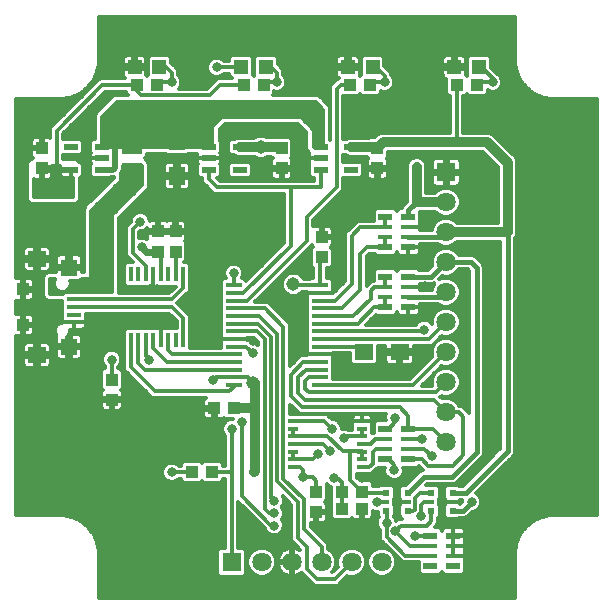
<source format=gtl>
G75*
%MOIN*%
%OFA0B0*%
%FSLAX25Y25*%
%IPPOS*%
%LPD*%
%AMOC8*
5,1,8,0,0,1.08239X$1,22.5*
%
%ADD10R,0.03937X0.04331*%
%ADD11R,0.04724X0.04724*%
%ADD12R,0.04331X0.03937*%
%ADD13R,0.06299X0.05512*%
%ADD14R,0.07008X0.04016*%
%ADD15R,0.05512X0.06299*%
%ADD16R,0.04528X0.01732*%
%ADD17R,0.04528X0.02480*%
%ADD18R,0.05500X0.01370*%
%ADD19R,0.04724X0.02165*%
%ADD20R,0.01260X0.04961*%
%ADD21R,0.05906X0.05315*%
%ADD22R,0.05512X0.05512*%
%ADD23R,0.04724X0.01575*%
%ADD24R,0.06425X0.06425*%
%ADD25C,0.06425*%
%ADD26R,0.06437X0.06437*%
%ADD27C,0.06437*%
%ADD28R,0.03543X0.01378*%
%ADD29R,0.02362X0.02362*%
%ADD30R,0.01969X0.01575*%
%ADD31C,0.01200*%
%ADD32C,0.03200*%
%ADD33C,0.01600*%
%ADD34C,0.03200*%
%ADD35C,0.02000*%
%ADD36C,0.02400*%
%ADD37C,0.04500*%
%ADD38C,0.01400*%
D10*
X0116197Y0106500D03*
X0122890Y0106500D03*
X0089543Y0130654D03*
X0089543Y0137346D03*
X0060016Y0155594D03*
X0060016Y0167406D03*
X0104856Y0180029D03*
X0110793Y0180029D03*
X0110793Y0186721D03*
X0104856Y0186721D03*
X0066165Y0207738D03*
X0066165Y0214431D03*
X0097902Y0235516D03*
X0104594Y0235516D03*
X0133433Y0235516D03*
X0140126Y0235516D03*
X0146165Y0214431D03*
X0146165Y0207738D03*
X0159543Y0184846D03*
X0159543Y0178154D03*
X0178043Y0207738D03*
X0178043Y0214431D03*
X0175657Y0235516D03*
X0168965Y0235516D03*
X0204492Y0235516D03*
X0211185Y0235516D03*
X0172890Y0099937D03*
X0166197Y0099937D03*
X0166197Y0094312D03*
X0172890Y0094312D03*
X0157668Y0093154D03*
X0157668Y0099846D03*
D11*
X0168177Y0241500D03*
X0176445Y0241500D03*
X0203705Y0241500D03*
X0211972Y0241500D03*
X0140913Y0241500D03*
X0132646Y0241500D03*
X0105382Y0241500D03*
X0097114Y0241500D03*
D12*
X0123697Y0127712D03*
X0130390Y0127712D03*
D13*
X0173638Y0146500D03*
X0185449Y0146500D03*
D14*
X0096165Y0207581D03*
X0096165Y0214589D03*
D15*
X0111165Y0216990D03*
X0111165Y0205179D03*
D16*
X0180705Y0188075D03*
X0180705Y0184925D03*
X0188382Y0184925D03*
X0188382Y0188075D03*
X0188382Y0168075D03*
X0188382Y0164925D03*
X0180705Y0164925D03*
X0180705Y0168075D03*
X0180705Y0117450D03*
X0180705Y0114300D03*
X0188382Y0114300D03*
X0188382Y0117450D03*
X0195705Y0081825D03*
X0195705Y0078675D03*
X0203382Y0078675D03*
X0203382Y0081825D03*
D17*
X0203382Y0085348D03*
X0195705Y0085348D03*
X0195705Y0075152D03*
X0203382Y0075152D03*
X0188382Y0110777D03*
X0180705Y0110777D03*
X0180705Y0120973D03*
X0188382Y0120973D03*
X0188382Y0161402D03*
X0180705Y0161402D03*
X0180705Y0171598D03*
X0188382Y0171598D03*
X0188382Y0181402D03*
X0180705Y0181402D03*
X0180705Y0191598D03*
X0188382Y0191598D03*
D18*
X0158937Y0168759D03*
X0158937Y0166200D03*
X0158937Y0163641D03*
X0158937Y0161082D03*
X0158937Y0158523D03*
X0158937Y0155964D03*
X0158937Y0153405D03*
X0158937Y0150845D03*
X0158937Y0148286D03*
X0158937Y0145727D03*
X0158937Y0143168D03*
X0158937Y0140609D03*
X0158937Y0138050D03*
X0158937Y0135491D03*
X0130150Y0135491D03*
X0130150Y0138050D03*
X0130150Y0140609D03*
X0130150Y0143168D03*
X0130150Y0145727D03*
X0130150Y0148286D03*
X0130150Y0150845D03*
X0130150Y0153405D03*
X0130150Y0155964D03*
X0130150Y0158523D03*
X0130150Y0161082D03*
X0130150Y0163641D03*
X0130150Y0166200D03*
X0130150Y0168759D03*
D19*
X0132161Y0207344D03*
X0121925Y0207344D03*
X0121925Y0211085D03*
X0121925Y0214825D03*
X0132161Y0214825D03*
X0159157Y0214825D03*
X0159157Y0211085D03*
X0159157Y0207344D03*
X0169394Y0207344D03*
X0169394Y0214825D03*
X0086283Y0214825D03*
X0086283Y0211085D03*
X0086283Y0207344D03*
X0076047Y0207344D03*
X0076047Y0214825D03*
D20*
X0095791Y0172441D03*
X0098291Y0172441D03*
X0100791Y0172441D03*
X0103291Y0172441D03*
X0105791Y0172441D03*
X0108291Y0172441D03*
X0110791Y0172441D03*
X0113291Y0172441D03*
X0113291Y0150559D03*
X0110791Y0150559D03*
X0108291Y0150559D03*
X0105791Y0150559D03*
X0103291Y0150559D03*
X0100791Y0150559D03*
X0098291Y0150559D03*
X0095791Y0150559D03*
D21*
X0064543Y0145457D03*
X0064543Y0177543D03*
D22*
X0075173Y0174689D03*
X0075173Y0148311D03*
D23*
X0076984Y0156382D03*
X0076984Y0158941D03*
X0076984Y0161500D03*
X0076984Y0164059D03*
X0076984Y0166618D03*
D24*
X0129543Y0076500D03*
D25*
X0139543Y0076500D03*
X0149543Y0076500D03*
X0159543Y0076500D03*
X0169543Y0076500D03*
X0179543Y0076500D03*
D26*
X0200961Y0206500D03*
D27*
X0200961Y0196500D03*
X0200961Y0186500D03*
X0200961Y0176500D03*
X0200961Y0166500D03*
X0200961Y0156500D03*
X0200961Y0146500D03*
X0200961Y0136500D03*
X0200961Y0126500D03*
X0200961Y0116500D03*
D28*
X0172934Y0115875D03*
X0172934Y0113316D03*
X0172934Y0110757D03*
X0172934Y0108198D03*
X0172934Y0118434D03*
X0172934Y0120993D03*
X0172934Y0123552D03*
X0149903Y0123552D03*
X0149903Y0120993D03*
X0149903Y0118434D03*
X0149903Y0115875D03*
X0149903Y0113316D03*
X0149903Y0110757D03*
X0149903Y0108198D03*
D29*
X0181000Y0099453D03*
X0181000Y0093547D03*
X0188087Y0093547D03*
X0188087Y0099453D03*
X0196000Y0099453D03*
X0196000Y0093547D03*
X0203087Y0093547D03*
X0203087Y0099453D03*
D30*
X0203087Y0096500D03*
X0196000Y0096500D03*
X0188087Y0096500D03*
X0181000Y0096500D03*
D31*
X0085277Y0078226D02*
X0085277Y0064675D01*
X0223809Y0064675D01*
X0223809Y0078226D01*
X0223766Y0078276D01*
X0223809Y0078880D01*
X0223809Y0079486D01*
X0223856Y0079532D01*
X0223896Y0080087D01*
X0223825Y0080196D01*
X0223942Y0080732D01*
X0223981Y0081279D01*
X0224079Y0081364D01*
X0224211Y0081970D01*
X0224157Y0082089D01*
X0224349Y0082602D01*
X0224465Y0083138D01*
X0224575Y0083208D01*
X0224792Y0083789D01*
X0224755Y0083914D01*
X0225018Y0084396D01*
X0225209Y0084909D01*
X0225328Y0084963D01*
X0225625Y0085508D01*
X0225606Y0085637D01*
X0225935Y0086076D01*
X0226198Y0086557D01*
X0226323Y0086593D01*
X0226694Y0087090D01*
X0226694Y0087220D01*
X0227082Y0087608D01*
X0227411Y0088047D01*
X0227539Y0088065D01*
X0227978Y0088504D01*
X0227997Y0088633D01*
X0228435Y0088961D01*
X0228823Y0089349D01*
X0228953Y0089349D01*
X0229450Y0089721D01*
X0229486Y0089846D01*
X0229968Y0090108D01*
X0230407Y0090437D01*
X0230536Y0090418D01*
X0231080Y0090716D01*
X0231134Y0090834D01*
X0231648Y0091026D01*
X0232129Y0091288D01*
X0232254Y0091252D01*
X0232835Y0091468D01*
X0232905Y0091578D01*
X0233441Y0091695D01*
X0233955Y0091886D01*
X0234073Y0091832D01*
X0234679Y0091964D01*
X0234764Y0092062D01*
X0235311Y0092101D01*
X0235847Y0092218D01*
X0235957Y0092148D01*
X0236511Y0092187D01*
X0236558Y0092234D01*
X0237163Y0092234D01*
X0237767Y0092277D01*
X0237817Y0092234D01*
X0251369Y0092234D01*
X0251369Y0230766D01*
X0237817Y0230766D01*
X0237767Y0230723D01*
X0237163Y0230766D01*
X0236558Y0230766D01*
X0236511Y0230813D01*
X0235957Y0230852D01*
X0235847Y0230782D01*
X0235311Y0230899D01*
X0234764Y0230938D01*
X0234679Y0231036D01*
X0234073Y0231168D01*
X0233955Y0231114D01*
X0233441Y0231305D01*
X0232905Y0231422D01*
X0232835Y0231532D01*
X0232254Y0231748D01*
X0232129Y0231712D01*
X0231648Y0231974D01*
X0231134Y0232166D01*
X0231080Y0232284D01*
X0230536Y0232582D01*
X0230407Y0232563D01*
X0229968Y0232892D01*
X0229486Y0233154D01*
X0229450Y0233279D01*
X0228953Y0233651D01*
X0228823Y0233651D01*
X0228435Y0234039D01*
X0227997Y0234367D01*
X0227978Y0234496D01*
X0227539Y0234935D01*
X0227411Y0234953D01*
X0227082Y0235392D01*
X0226694Y0235780D01*
X0226694Y0235910D01*
X0226323Y0236406D01*
X0226198Y0236443D01*
X0225935Y0236924D01*
X0225606Y0237363D01*
X0225625Y0237492D01*
X0225328Y0238037D01*
X0225209Y0238091D01*
X0225018Y0238604D01*
X0224755Y0239086D01*
X0224792Y0239211D01*
X0224575Y0239792D01*
X0224465Y0239862D01*
X0224349Y0240398D01*
X0224157Y0240911D01*
X0224211Y0241030D01*
X0224079Y0241636D01*
X0223981Y0241721D01*
X0223942Y0242268D01*
X0223825Y0242804D01*
X0223896Y0242913D01*
X0223856Y0243468D01*
X0223809Y0243514D01*
X0223809Y0244120D01*
X0223766Y0244724D01*
X0223809Y0244774D01*
X0223809Y0258325D01*
X0085277Y0258325D01*
X0085277Y0244774D01*
X0085320Y0244724D01*
X0085277Y0244120D01*
X0085277Y0243514D01*
X0085230Y0243468D01*
X0085191Y0242913D01*
X0085261Y0242804D01*
X0085145Y0242268D01*
X0085106Y0241721D01*
X0085007Y0241636D01*
X0084875Y0241030D01*
X0084929Y0240911D01*
X0084738Y0240398D01*
X0084621Y0239862D01*
X0084512Y0239792D01*
X0084295Y0239211D01*
X0084332Y0239086D01*
X0084069Y0238604D01*
X0083877Y0238091D01*
X0083759Y0238037D01*
X0083462Y0237492D01*
X0083480Y0237363D01*
X0083152Y0236924D01*
X0082889Y0236443D01*
X0082764Y0236406D01*
X0082392Y0235910D01*
X0082392Y0235780D01*
X0082005Y0235392D01*
X0081676Y0234953D01*
X0081547Y0234935D01*
X0081109Y0234496D01*
X0081090Y0234367D01*
X0080651Y0234039D01*
X0080263Y0233651D01*
X0080133Y0233651D01*
X0079637Y0233279D01*
X0079600Y0233154D01*
X0079119Y0232892D01*
X0078680Y0232563D01*
X0078551Y0232582D01*
X0078007Y0232284D01*
X0077953Y0232166D01*
X0077439Y0231974D01*
X0076958Y0231712D01*
X0076833Y0231748D01*
X0076252Y0231532D01*
X0076181Y0231422D01*
X0075646Y0231305D01*
X0075132Y0231114D01*
X0075013Y0231168D01*
X0074407Y0231036D01*
X0074322Y0230938D01*
X0073775Y0230899D01*
X0073240Y0230782D01*
X0073130Y0230852D01*
X0072576Y0230813D01*
X0072529Y0230766D01*
X0071923Y0230766D01*
X0071319Y0230723D01*
X0071269Y0230766D01*
X0057718Y0230766D01*
X0057718Y0171139D01*
X0057837Y0171171D01*
X0059631Y0171171D01*
X0059631Y0167790D01*
X0060400Y0167790D01*
X0060400Y0171171D01*
X0062195Y0171171D01*
X0062602Y0171062D01*
X0062967Y0170851D01*
X0063265Y0170553D01*
X0063475Y0170188D01*
X0063584Y0169782D01*
X0063584Y0167790D01*
X0060400Y0167790D01*
X0060400Y0167021D01*
X0060400Y0163640D01*
X0062195Y0163640D01*
X0062602Y0163749D01*
X0062967Y0163960D01*
X0063265Y0164258D01*
X0063475Y0164623D01*
X0063584Y0165030D01*
X0063584Y0167021D01*
X0060400Y0167021D01*
X0059631Y0167021D01*
X0059631Y0163640D01*
X0057837Y0163640D01*
X0057718Y0163672D01*
X0057718Y0159328D01*
X0057837Y0159360D01*
X0059631Y0159360D01*
X0059631Y0155979D01*
X0060400Y0155979D01*
X0060400Y0159360D01*
X0062195Y0159360D01*
X0062602Y0159251D01*
X0062967Y0159040D01*
X0063265Y0158742D01*
X0063475Y0158377D01*
X0063584Y0157970D01*
X0063584Y0155979D01*
X0060400Y0155979D01*
X0060400Y0155210D01*
X0060400Y0151829D01*
X0062195Y0151829D01*
X0062602Y0151938D01*
X0062967Y0152149D01*
X0063265Y0152447D01*
X0063475Y0152812D01*
X0063584Y0153218D01*
X0063584Y0155210D01*
X0060400Y0155210D01*
X0059631Y0155210D01*
X0059631Y0151829D01*
X0057837Y0151829D01*
X0057718Y0151861D01*
X0057718Y0092234D01*
X0071269Y0092234D01*
X0071319Y0092277D01*
X0071923Y0092234D01*
X0072529Y0092234D01*
X0072576Y0092187D01*
X0073130Y0092148D01*
X0073240Y0092218D01*
X0073775Y0092101D01*
X0074322Y0092062D01*
X0074407Y0091964D01*
X0075013Y0091832D01*
X0075132Y0091886D01*
X0075646Y0091695D01*
X0076181Y0091578D01*
X0076252Y0091468D01*
X0076833Y0091252D01*
X0076958Y0091288D01*
X0077439Y0091026D01*
X0077953Y0090834D01*
X0078007Y0090716D01*
X0078551Y0090418D01*
X0078680Y0090437D01*
X0079119Y0090108D01*
X0079600Y0089846D01*
X0079637Y0089721D01*
X0080133Y0089349D01*
X0080263Y0089349D01*
X0080651Y0088961D01*
X0081090Y0088633D01*
X0081109Y0088504D01*
X0081547Y0088065D01*
X0081676Y0088047D01*
X0082005Y0087608D01*
X0082392Y0087220D01*
X0082392Y0087090D01*
X0082764Y0086593D01*
X0082889Y0086557D01*
X0083152Y0086076D01*
X0083480Y0085637D01*
X0083462Y0085508D01*
X0083759Y0084963D01*
X0083877Y0084909D01*
X0084069Y0084396D01*
X0084332Y0083914D01*
X0084295Y0083789D01*
X0084512Y0083208D01*
X0084621Y0083138D01*
X0084738Y0082602D01*
X0084929Y0082089D01*
X0084875Y0081970D01*
X0085007Y0081364D01*
X0085106Y0081279D01*
X0085145Y0080732D01*
X0085261Y0080196D01*
X0085191Y0080087D01*
X0085230Y0079532D01*
X0085277Y0079486D01*
X0085277Y0078880D01*
X0085320Y0078276D01*
X0085277Y0078226D01*
X0085320Y0078279D02*
X0124731Y0078279D01*
X0124731Y0077081D02*
X0085277Y0077081D01*
X0085277Y0075882D02*
X0124731Y0075882D01*
X0124731Y0074684D02*
X0085277Y0074684D01*
X0085277Y0073485D02*
X0124731Y0073485D01*
X0124731Y0072625D02*
X0125668Y0071687D01*
X0133419Y0071687D01*
X0134356Y0072625D01*
X0134356Y0080375D01*
X0133419Y0081313D01*
X0131743Y0081313D01*
X0131743Y0096501D01*
X0140468Y0087776D01*
X0140556Y0087689D01*
X0140893Y0086875D01*
X0141793Y0085975D01*
X0142969Y0085488D01*
X0144242Y0085488D01*
X0145418Y0085975D01*
X0146319Y0086875D01*
X0146806Y0088051D01*
X0146806Y0089324D01*
X0146319Y0090500D01*
X0146100Y0090719D01*
X0146319Y0090937D01*
X0146806Y0092113D01*
X0146806Y0093387D01*
X0146319Y0094563D01*
X0146100Y0094781D01*
X0146319Y0095000D01*
X0146806Y0096176D01*
X0146806Y0097449D01*
X0146415Y0098392D01*
X0149218Y0095589D01*
X0149218Y0083714D01*
X0152343Y0080589D01*
X0152343Y0080414D01*
X0152066Y0080616D01*
X0151391Y0080960D01*
X0150670Y0081194D01*
X0149947Y0081309D01*
X0149947Y0076904D01*
X0149139Y0076904D01*
X0149139Y0076096D01*
X0144735Y0076096D01*
X0144849Y0075373D01*
X0145083Y0074653D01*
X0145427Y0073978D01*
X0145872Y0073365D01*
X0146408Y0072829D01*
X0147021Y0072384D01*
X0147696Y0072040D01*
X0148416Y0071806D01*
X0149139Y0071691D01*
X0149139Y0076096D01*
X0149947Y0076096D01*
X0149947Y0071691D01*
X0150670Y0071806D01*
X0151391Y0072040D01*
X0152066Y0072384D01*
X0152678Y0072829D01*
X0152797Y0072948D01*
X0155781Y0069964D01*
X0157070Y0068675D01*
X0164830Y0068675D01*
X0168060Y0071905D01*
X0168586Y0071687D01*
X0170501Y0071687D01*
X0172269Y0072420D01*
X0173623Y0073774D01*
X0174356Y0075543D01*
X0174356Y0077457D01*
X0173623Y0079226D01*
X0172269Y0080580D01*
X0170501Y0081313D01*
X0168586Y0081313D01*
X0166817Y0080580D01*
X0165463Y0079226D01*
X0164731Y0077457D01*
X0164731Y0075543D01*
X0164949Y0075017D01*
X0163007Y0073075D01*
X0162924Y0073075D01*
X0163623Y0073774D01*
X0164356Y0075543D01*
X0164356Y0077457D01*
X0163623Y0079226D01*
X0162269Y0080580D01*
X0161743Y0080798D01*
X0161743Y0082411D01*
X0160455Y0083700D01*
X0155806Y0088349D01*
X0155806Y0089388D01*
X0157284Y0089388D01*
X0157284Y0092769D01*
X0158053Y0092769D01*
X0158053Y0093538D01*
X0161237Y0093538D01*
X0161237Y0095530D01*
X0161128Y0095936D01*
X0160917Y0096301D01*
X0160718Y0096500D01*
X0161237Y0097018D01*
X0161237Y0102469D01*
X0161793Y0101912D01*
X0162628Y0101566D01*
X0162628Y0097141D01*
X0162628Y0091484D01*
X0163566Y0090547D01*
X0168828Y0090547D01*
X0169569Y0091289D01*
X0169641Y0091165D01*
X0169939Y0090867D01*
X0170304Y0090656D01*
X0170711Y0090547D01*
X0172505Y0090547D01*
X0172505Y0093928D01*
X0173274Y0093928D01*
X0173274Y0090547D01*
X0175069Y0090547D01*
X0175476Y0090656D01*
X0175841Y0090867D01*
X0176139Y0091165D01*
X0176349Y0091530D01*
X0176458Y0091936D01*
X0176458Y0093667D01*
X0177344Y0093300D01*
X0178219Y0093300D01*
X0178219Y0091703D01*
X0178439Y0091483D01*
X0178393Y0091438D01*
X0177906Y0090262D01*
X0177906Y0088988D01*
X0178393Y0087812D01*
X0178906Y0087300D01*
X0178906Y0084026D01*
X0186457Y0076475D01*
X0191841Y0076475D01*
X0191841Y0073249D01*
X0192778Y0072311D01*
X0198631Y0072311D01*
X0199543Y0073223D01*
X0200455Y0072311D01*
X0206308Y0072311D01*
X0207246Y0073249D01*
X0207246Y0077054D01*
X0207126Y0077174D01*
X0207137Y0077191D01*
X0207246Y0077598D01*
X0207246Y0078675D01*
X0203382Y0078675D01*
X0203382Y0078675D01*
X0207246Y0078675D01*
X0207246Y0079752D01*
X0207137Y0080159D01*
X0207084Y0080250D01*
X0207137Y0080341D01*
X0207246Y0080748D01*
X0207246Y0081825D01*
X0207246Y0082902D01*
X0207137Y0083309D01*
X0207084Y0083400D01*
X0207137Y0083491D01*
X0207246Y0083898D01*
X0207246Y0085328D01*
X0203402Y0085328D01*
X0203402Y0084291D01*
X0203382Y0084291D01*
X0203382Y0081825D01*
X0203382Y0081825D01*
X0207246Y0081825D01*
X0203382Y0081825D01*
X0203382Y0081825D01*
X0203382Y0084291D01*
X0203362Y0084291D01*
X0203362Y0085328D01*
X0203402Y0085328D01*
X0203402Y0085369D01*
X0203362Y0085369D01*
X0203362Y0088189D01*
X0200907Y0088189D01*
X0200501Y0088080D01*
X0200136Y0087869D01*
X0199838Y0087571D01*
X0199627Y0087206D01*
X0199568Y0086987D01*
X0199568Y0087251D01*
X0198631Y0088189D01*
X0197156Y0088189D01*
X0198200Y0089233D01*
X0198200Y0091122D01*
X0198781Y0091703D01*
X0198781Y0095391D01*
X0198584Y0095588D01*
X0198584Y0097412D01*
X0198781Y0097609D01*
X0198781Y0101297D01*
X0197844Y0102234D01*
X0194262Y0102234D01*
X0194565Y0102537D01*
X0203458Y0102537D01*
X0204340Y0102903D01*
X0205015Y0103578D01*
X0213140Y0111703D01*
X0213506Y0112585D01*
X0213506Y0175102D01*
X0213140Y0175984D01*
X0212465Y0176660D01*
X0211265Y0177859D01*
X0210590Y0178535D01*
X0209708Y0178900D01*
X0205182Y0178900D01*
X0205046Y0179229D01*
X0203690Y0180585D01*
X0201919Y0181318D01*
X0200002Y0181318D01*
X0198231Y0180585D01*
X0196876Y0179229D01*
X0196142Y0177458D01*
X0196142Y0175542D01*
X0196279Y0175212D01*
X0195065Y0173998D01*
X0191749Y0173998D01*
X0191308Y0174439D01*
X0185455Y0174439D01*
X0184543Y0173527D01*
X0183631Y0174439D01*
X0177778Y0174439D01*
X0176841Y0173501D01*
X0176841Y0170275D01*
X0176144Y0170275D01*
X0174882Y0169012D01*
X0174556Y0168686D01*
X0174556Y0178401D01*
X0175356Y0179202D01*
X0177138Y0179202D01*
X0177778Y0178561D01*
X0183631Y0178561D01*
X0184568Y0179499D01*
X0184568Y0179763D01*
X0184627Y0179544D01*
X0184838Y0179179D01*
X0185136Y0178881D01*
X0185501Y0178670D01*
X0185907Y0178561D01*
X0188362Y0178561D01*
X0188362Y0181381D01*
X0188402Y0181381D01*
X0188402Y0178561D01*
X0190856Y0178561D01*
X0191263Y0178670D01*
X0191628Y0178881D01*
X0191926Y0179179D01*
X0192137Y0179544D01*
X0192246Y0179951D01*
X0192246Y0181381D01*
X0188402Y0181381D01*
X0188402Y0181422D01*
X0192246Y0181422D01*
X0192246Y0182525D01*
X0198121Y0182525D01*
X0198231Y0182415D01*
X0200002Y0181681D01*
X0201919Y0181681D01*
X0203690Y0182415D01*
X0204575Y0183300D01*
X0219018Y0183300D01*
X0219018Y0114369D01*
X0206502Y0101853D01*
X0205312Y0101853D01*
X0204930Y0102234D01*
X0201243Y0102234D01*
X0200306Y0101297D01*
X0200306Y0097609D01*
X0200502Y0097412D01*
X0200502Y0096500D01*
X0200502Y0095588D01*
X0200306Y0095391D01*
X0200306Y0091703D01*
X0201243Y0090766D01*
X0204930Y0090766D01*
X0205312Y0091147D01*
X0207068Y0091147D01*
X0207950Y0091513D01*
X0209737Y0093300D01*
X0210180Y0093300D01*
X0211356Y0093787D01*
X0212256Y0094687D01*
X0212743Y0095863D01*
X0212743Y0097137D01*
X0212256Y0098313D01*
X0211356Y0099213D01*
X0210857Y0099420D01*
X0223453Y0112016D01*
X0223818Y0112898D01*
X0223818Y0184375D01*
X0224131Y0184687D01*
X0224618Y0185863D01*
X0224618Y0210262D01*
X0224131Y0211438D01*
X0217256Y0218313D01*
X0216356Y0219213D01*
X0215180Y0219700D01*
X0206692Y0219700D01*
X0206692Y0231750D01*
X0207123Y0231750D01*
X0207839Y0232466D01*
X0208554Y0231750D01*
X0213816Y0231750D01*
X0214754Y0232688D01*
X0214754Y0233726D01*
X0215782Y0233300D01*
X0217055Y0233300D01*
X0218231Y0233787D01*
X0219131Y0234687D01*
X0219618Y0235863D01*
X0219618Y0237137D01*
X0219131Y0238313D01*
X0218231Y0239213D01*
X0217951Y0239329D01*
X0217330Y0239950D01*
X0215935Y0241345D01*
X0215935Y0244525D01*
X0214997Y0245462D01*
X0208947Y0245462D01*
X0208010Y0244525D01*
X0208010Y0238738D01*
X0207839Y0238566D01*
X0207627Y0238778D01*
X0207667Y0238927D01*
X0207667Y0240919D01*
X0204286Y0240919D01*
X0204286Y0242081D01*
X0207667Y0242081D01*
X0207667Y0244073D01*
X0207558Y0244480D01*
X0207347Y0244845D01*
X0207049Y0245143D01*
X0206684Y0245353D01*
X0206278Y0245462D01*
X0204286Y0245462D01*
X0204286Y0242081D01*
X0203124Y0242081D01*
X0203124Y0245462D01*
X0201132Y0245462D01*
X0200725Y0245353D01*
X0200360Y0245143D01*
X0200062Y0244845D01*
X0199852Y0244480D01*
X0199743Y0244073D01*
X0199743Y0242081D01*
X0203124Y0242081D01*
X0203124Y0240919D01*
X0199743Y0240919D01*
X0199743Y0238927D01*
X0199852Y0238520D01*
X0200062Y0238155D01*
X0200360Y0237857D01*
X0200725Y0237647D01*
X0200924Y0237594D01*
X0200924Y0232688D01*
X0201861Y0231750D01*
X0202292Y0231750D01*
X0202292Y0219700D01*
X0179476Y0219700D01*
X0178300Y0219213D01*
X0177283Y0218196D01*
X0175412Y0218196D01*
X0175240Y0218025D01*
X0168757Y0218025D01*
X0167581Y0217538D01*
X0167551Y0217507D01*
X0166743Y0217507D01*
X0166743Y0231750D01*
X0171596Y0231750D01*
X0172311Y0232466D01*
X0173026Y0231750D01*
X0178289Y0231750D01*
X0179226Y0232688D01*
X0179226Y0233556D01*
X0179844Y0233300D01*
X0181117Y0233300D01*
X0182293Y0233787D01*
X0183194Y0234687D01*
X0183681Y0235863D01*
X0183681Y0237137D01*
X0183194Y0238313D01*
X0182681Y0238825D01*
X0182681Y0239599D01*
X0181392Y0240887D01*
X0180407Y0241872D01*
X0180407Y0244525D01*
X0179470Y0245462D01*
X0173420Y0245462D01*
X0172483Y0244525D01*
X0172483Y0238738D01*
X0172311Y0238566D01*
X0172099Y0238778D01*
X0172139Y0238927D01*
X0172139Y0240919D01*
X0168758Y0240919D01*
X0168758Y0242081D01*
X0167596Y0242081D01*
X0167596Y0240919D01*
X0164215Y0240919D01*
X0164215Y0238927D01*
X0164324Y0238520D01*
X0164535Y0238155D01*
X0164833Y0237857D01*
X0165078Y0237716D01*
X0164835Y0237716D01*
X0162343Y0235224D01*
X0162343Y0217347D01*
X0162315Y0217375D01*
X0162315Y0227812D01*
X0161950Y0228694D01*
X0159450Y0231194D01*
X0158775Y0231869D01*
X0157893Y0232235D01*
X0143241Y0232235D01*
X0143694Y0232688D01*
X0143694Y0233388D01*
X0143907Y0233300D01*
X0145180Y0233300D01*
X0146356Y0233787D01*
X0147256Y0234687D01*
X0147743Y0235863D01*
X0147743Y0237137D01*
X0147256Y0238313D01*
X0146743Y0238825D01*
X0146743Y0240536D01*
X0145455Y0241825D01*
X0144876Y0242404D01*
X0144876Y0244525D01*
X0143938Y0245462D01*
X0137888Y0245462D01*
X0136951Y0244525D01*
X0136951Y0238738D01*
X0136780Y0238566D01*
X0136608Y0238738D01*
X0136608Y0244525D01*
X0135671Y0245462D01*
X0129621Y0245462D01*
X0128683Y0244525D01*
X0128683Y0243700D01*
X0126869Y0243700D01*
X0126356Y0244213D01*
X0125180Y0244700D01*
X0123907Y0244700D01*
X0122731Y0244213D01*
X0121830Y0243313D01*
X0121343Y0242137D01*
X0121343Y0240863D01*
X0121830Y0239687D01*
X0122731Y0238787D01*
X0123907Y0238300D01*
X0125180Y0238300D01*
X0126356Y0238787D01*
X0126869Y0239300D01*
X0128683Y0239300D01*
X0128683Y0238475D01*
X0129443Y0237716D01*
X0124614Y0237716D01*
X0121223Y0234325D01*
X0111894Y0234325D01*
X0112256Y0234687D01*
X0112743Y0235863D01*
X0112743Y0237137D01*
X0112256Y0238313D01*
X0111743Y0238825D01*
X0111743Y0240536D01*
X0110455Y0241825D01*
X0109344Y0242935D01*
X0109344Y0244525D01*
X0108407Y0245462D01*
X0102357Y0245462D01*
X0101420Y0244525D01*
X0101420Y0238738D01*
X0101248Y0238566D01*
X0101036Y0238778D01*
X0101076Y0238927D01*
X0101076Y0240919D01*
X0097695Y0240919D01*
X0097695Y0242081D01*
X0096533Y0242081D01*
X0096533Y0240919D01*
X0093152Y0240919D01*
X0093152Y0238927D01*
X0093261Y0238520D01*
X0093472Y0238155D01*
X0093770Y0237857D01*
X0094015Y0237716D01*
X0085460Y0237716D01*
X0070195Y0222450D01*
X0068906Y0221161D01*
X0068906Y0217998D01*
X0068751Y0218087D01*
X0068345Y0218196D01*
X0066550Y0218196D01*
X0066550Y0214815D01*
X0065781Y0214815D01*
X0065781Y0214047D01*
X0062597Y0214047D01*
X0062597Y0212055D01*
X0062706Y0211648D01*
X0062917Y0211283D01*
X0063115Y0211085D01*
X0062918Y0210887D01*
X0062695Y0210887D01*
X0061406Y0209599D01*
X0061406Y0197151D01*
X0062695Y0195862D01*
X0077642Y0195862D01*
X0078931Y0197151D01*
X0078931Y0204662D01*
X0079072Y0204662D01*
X0080009Y0205599D01*
X0080009Y0209090D01*
X0079072Y0210027D01*
X0078502Y0210027D01*
X0077642Y0210887D01*
X0073306Y0210887D01*
X0073306Y0212142D01*
X0079072Y0212142D01*
X0080009Y0213079D01*
X0080009Y0216570D01*
X0079072Y0217507D01*
X0073306Y0217507D01*
X0073306Y0219339D01*
X0087283Y0233316D01*
X0094333Y0233316D01*
X0094333Y0232688D01*
X0094786Y0232235D01*
X0090688Y0232235D01*
X0089806Y0231869D01*
X0084131Y0226194D01*
X0083765Y0225312D01*
X0083765Y0217507D01*
X0083259Y0217507D01*
X0082321Y0216570D01*
X0082321Y0213079D01*
X0082498Y0212902D01*
X0082430Y0212785D01*
X0082321Y0212378D01*
X0082321Y0211085D01*
X0086283Y0211085D01*
X0086283Y0211085D01*
X0082321Y0211085D01*
X0082321Y0209791D01*
X0082430Y0209384D01*
X0082498Y0209267D01*
X0082321Y0209090D01*
X0082321Y0205599D01*
X0083259Y0204662D01*
X0089308Y0204662D01*
X0089391Y0204744D01*
X0090268Y0204744D01*
X0090268Y0204682D01*
X0080634Y0195047D01*
X0080268Y0194165D01*
X0080268Y0173275D01*
X0079529Y0173275D01*
X0079529Y0174089D01*
X0075773Y0174089D01*
X0075773Y0175289D01*
X0074573Y0175289D01*
X0074573Y0174089D01*
X0070817Y0174089D01*
X0070817Y0173275D01*
X0068441Y0173275D01*
X0067559Y0172910D01*
X0066884Y0172234D01*
X0066518Y0171352D01*
X0066518Y0165398D01*
X0066884Y0164516D01*
X0067559Y0163840D01*
X0068441Y0163475D01*
X0073022Y0163475D01*
X0073022Y0157491D01*
X0073045Y0157467D01*
X0073022Y0157380D01*
X0073022Y0156382D01*
X0076984Y0156382D01*
X0076984Y0156382D01*
X0073022Y0156382D01*
X0073022Y0156210D01*
X0072494Y0156210D01*
X0071544Y0155817D01*
X0070817Y0155090D01*
X0070424Y0154140D01*
X0070424Y0153112D01*
X0070817Y0152162D01*
X0071061Y0151918D01*
X0070926Y0151684D01*
X0070817Y0151278D01*
X0070817Y0148911D01*
X0074573Y0148911D01*
X0074573Y0147711D01*
X0070817Y0147711D01*
X0070817Y0145344D01*
X0070926Y0144938D01*
X0071137Y0144573D01*
X0071435Y0144275D01*
X0071800Y0144064D01*
X0072207Y0143955D01*
X0074573Y0143955D01*
X0074573Y0147711D01*
X0075773Y0147711D01*
X0075773Y0143955D01*
X0078140Y0143955D01*
X0078547Y0144064D01*
X0078912Y0144275D01*
X0079209Y0144573D01*
X0079420Y0144938D01*
X0079529Y0145344D01*
X0079529Y0147711D01*
X0075773Y0147711D01*
X0075773Y0148911D01*
X0074573Y0148911D01*
X0074573Y0151537D01*
X0075199Y0152162D01*
X0075592Y0153112D01*
X0075592Y0153994D01*
X0076984Y0153994D01*
X0076984Y0156382D01*
X0076984Y0156382D01*
X0080946Y0156382D01*
X0080946Y0157380D01*
X0080923Y0157467D01*
X0080946Y0157491D01*
X0080946Y0159300D01*
X0108632Y0159300D01*
X0111091Y0156841D01*
X0111091Y0154639D01*
X0106999Y0154639D01*
X0106921Y0154562D01*
X0106632Y0154639D01*
X0105791Y0154639D01*
X0104951Y0154639D01*
X0104661Y0154562D01*
X0104584Y0154639D01*
X0094499Y0154639D01*
X0093561Y0153702D01*
X0093561Y0147416D01*
X0093591Y0147386D01*
X0093591Y0144028D01*
X0093593Y0144026D01*
X0093593Y0140589D01*
X0094882Y0139300D01*
X0101718Y0132464D01*
X0103007Y0131175D01*
X0120929Y0131175D01*
X0120914Y0131171D01*
X0120549Y0130960D01*
X0120251Y0130663D01*
X0120041Y0130298D01*
X0119931Y0129891D01*
X0119931Y0128096D01*
X0123313Y0128096D01*
X0123313Y0127327D01*
X0124081Y0127327D01*
X0124081Y0124143D01*
X0126073Y0124143D01*
X0126480Y0124252D01*
X0126845Y0124463D01*
X0127043Y0124661D01*
X0127562Y0124143D01*
X0129965Y0124143D01*
X0129937Y0124075D01*
X0128907Y0124075D01*
X0127731Y0123588D01*
X0126830Y0122688D01*
X0126343Y0121512D01*
X0126343Y0120238D01*
X0126830Y0119062D01*
X0127343Y0118550D01*
X0127343Y0108700D01*
X0126458Y0108700D01*
X0126458Y0109328D01*
X0125521Y0110265D01*
X0120259Y0110265D01*
X0119543Y0109550D01*
X0118828Y0110265D01*
X0113566Y0110265D01*
X0112628Y0109328D01*
X0112628Y0108700D01*
X0111869Y0108700D01*
X0111356Y0109213D01*
X0110180Y0109700D01*
X0108907Y0109700D01*
X0107731Y0109213D01*
X0106830Y0108313D01*
X0106343Y0107137D01*
X0106343Y0105863D01*
X0106830Y0104687D01*
X0107731Y0103787D01*
X0108907Y0103300D01*
X0110180Y0103300D01*
X0111356Y0103787D01*
X0111869Y0104300D01*
X0112628Y0104300D01*
X0112628Y0103672D01*
X0113566Y0102735D01*
X0118828Y0102735D01*
X0119543Y0103450D01*
X0120259Y0102735D01*
X0125521Y0102735D01*
X0126458Y0103672D01*
X0126458Y0104300D01*
X0127343Y0104300D01*
X0127343Y0081313D01*
X0125668Y0081313D01*
X0124731Y0080375D01*
X0124731Y0072625D01*
X0125069Y0072287D02*
X0085277Y0072287D01*
X0085277Y0071088D02*
X0154656Y0071088D01*
X0153458Y0072287D02*
X0151875Y0072287D01*
X0149947Y0072287D02*
X0149139Y0072287D01*
X0149139Y0073485D02*
X0149947Y0073485D01*
X0149947Y0074684D02*
X0149139Y0074684D01*
X0149139Y0075882D02*
X0149947Y0075882D01*
X0149947Y0077081D02*
X0149139Y0077081D01*
X0149139Y0076904D02*
X0149139Y0081309D01*
X0148416Y0081194D01*
X0147696Y0080960D01*
X0147021Y0080616D01*
X0146408Y0080171D01*
X0145872Y0079635D01*
X0145427Y0079022D01*
X0145083Y0078347D01*
X0144849Y0077627D01*
X0144735Y0076904D01*
X0149139Y0076904D01*
X0149139Y0078279D02*
X0149947Y0078279D01*
X0149947Y0079478D02*
X0149139Y0079478D01*
X0149139Y0080676D02*
X0149947Y0080676D01*
X0151057Y0081875D02*
X0131743Y0081875D01*
X0131743Y0083073D02*
X0149859Y0083073D01*
X0149218Y0084272D02*
X0131743Y0084272D01*
X0131743Y0085470D02*
X0149218Y0085470D01*
X0149218Y0086669D02*
X0146113Y0086669D01*
X0146730Y0087867D02*
X0149218Y0087867D01*
X0149218Y0089066D02*
X0146806Y0089066D01*
X0146416Y0090264D02*
X0149218Y0090264D01*
X0149218Y0091463D02*
X0146536Y0091463D01*
X0146806Y0092661D02*
X0149218Y0092661D01*
X0149218Y0093860D02*
X0146610Y0093860D01*
X0146343Y0095058D02*
X0149218Y0095058D01*
X0148550Y0096257D02*
X0146806Y0096257D01*
X0146803Y0097455D02*
X0147352Y0097455D01*
X0143606Y0096812D02*
X0142668Y0097750D01*
X0142668Y0151500D01*
X0138205Y0155964D01*
X0130150Y0155964D01*
X0130150Y0158523D02*
X0138646Y0158523D01*
X0144543Y0152625D01*
X0144543Y0103375D01*
X0151418Y0096500D01*
X0151418Y0084625D01*
X0154543Y0081500D01*
X0154543Y0074313D01*
X0157981Y0070875D01*
X0163918Y0070875D01*
X0169543Y0076500D01*
X0174000Y0074684D02*
X0175087Y0074684D01*
X0174731Y0075543D02*
X0175463Y0073774D01*
X0176817Y0072420D01*
X0178586Y0071687D01*
X0180501Y0071687D01*
X0182269Y0072420D01*
X0183623Y0073774D01*
X0184356Y0075543D01*
X0184356Y0077457D01*
X0183623Y0079226D01*
X0182269Y0080580D01*
X0180501Y0081313D01*
X0178586Y0081313D01*
X0176817Y0080580D01*
X0175463Y0079226D01*
X0174731Y0077457D01*
X0174731Y0075543D01*
X0174731Y0075882D02*
X0174356Y0075882D01*
X0174356Y0077081D02*
X0174731Y0077081D01*
X0175071Y0078279D02*
X0174015Y0078279D01*
X0173372Y0079478D02*
X0175715Y0079478D01*
X0177050Y0080676D02*
X0172037Y0080676D01*
X0167050Y0080676D02*
X0162037Y0080676D01*
X0161743Y0081875D02*
X0181057Y0081875D01*
X0182037Y0080676D02*
X0182256Y0080676D01*
X0183372Y0079478D02*
X0183454Y0079478D01*
X0184015Y0078279D02*
X0184653Y0078279D01*
X0184356Y0077081D02*
X0185851Y0077081D01*
X0184356Y0075882D02*
X0191841Y0075882D01*
X0191841Y0074684D02*
X0184000Y0074684D01*
X0183334Y0073485D02*
X0191841Y0073485D01*
X0195705Y0078675D02*
X0187368Y0078675D01*
X0181106Y0084938D01*
X0181106Y0089625D01*
X0181106Y0093441D01*
X0181000Y0093547D01*
X0183781Y0093860D02*
X0185306Y0093860D01*
X0185306Y0095058D02*
X0183781Y0095058D01*
X0183781Y0095391D02*
X0183584Y0095588D01*
X0183584Y0097412D01*
X0183781Y0097609D01*
X0183781Y0101297D01*
X0182844Y0102234D01*
X0179156Y0102234D01*
X0178675Y0101753D01*
X0176458Y0101753D01*
X0176458Y0102766D01*
X0175521Y0103703D01*
X0172236Y0103703D01*
X0171118Y0104820D01*
X0171118Y0105909D01*
X0175368Y0105909D01*
X0175457Y0105998D01*
X0176215Y0105998D01*
X0177330Y0107112D01*
X0178153Y0107936D01*
X0180478Y0107936D01*
X0180406Y0107762D01*
X0180406Y0106488D01*
X0180893Y0105312D01*
X0181793Y0104412D01*
X0182969Y0103925D01*
X0184242Y0103925D01*
X0185418Y0104412D01*
X0186319Y0105312D01*
X0186806Y0106488D01*
X0186806Y0107762D01*
X0186733Y0107936D01*
X0191308Y0107936D01*
X0191902Y0108530D01*
X0192656Y0107776D01*
X0193095Y0107337D01*
X0193094Y0107337D01*
X0192212Y0106972D01*
X0187474Y0102234D01*
X0186243Y0102234D01*
X0185306Y0101297D01*
X0185306Y0097609D01*
X0185502Y0097412D01*
X0185502Y0096500D01*
X0185502Y0095588D01*
X0185306Y0095391D01*
X0185306Y0091703D01*
X0186121Y0090887D01*
X0184882Y0090887D01*
X0184291Y0090297D01*
X0183819Y0091438D01*
X0183667Y0091589D01*
X0183781Y0091703D01*
X0183781Y0095391D01*
X0183584Y0096257D02*
X0185502Y0096257D01*
X0185502Y0096500D02*
X0188086Y0096500D01*
X0188086Y0096500D01*
X0185502Y0096500D01*
X0185459Y0097455D02*
X0183628Y0097455D01*
X0183781Y0098654D02*
X0185306Y0098654D01*
X0185306Y0099852D02*
X0183781Y0099852D01*
X0183781Y0101051D02*
X0185306Y0101051D01*
X0187489Y0102249D02*
X0176458Y0102249D01*
X0175776Y0103448D02*
X0188688Y0103448D01*
X0189886Y0104646D02*
X0185653Y0104646D01*
X0186539Y0105845D02*
X0191085Y0105845D01*
X0192384Y0107043D02*
X0186806Y0107043D01*
X0183606Y0107125D02*
X0183606Y0109000D01*
X0181829Y0110777D01*
X0180705Y0110777D01*
X0180705Y0114300D02*
X0177656Y0114300D01*
X0176418Y0113062D01*
X0176418Y0109312D01*
X0175304Y0108198D01*
X0172934Y0108198D01*
X0172934Y0110757D02*
X0172934Y0113316D01*
X0172875Y0113375D01*
X0168606Y0113375D01*
X0168918Y0113062D01*
X0168918Y0103909D01*
X0172890Y0099937D01*
X0166197Y0099937D02*
X0166106Y0100029D01*
X0166106Y0103062D01*
X0164543Y0104625D01*
X0163606Y0104625D01*
X0161456Y0102249D02*
X0161237Y0102249D01*
X0161237Y0101051D02*
X0162628Y0101051D01*
X0162628Y0099852D02*
X0161237Y0099852D01*
X0161237Y0098654D02*
X0162628Y0098654D01*
X0162628Y0097455D02*
X0161237Y0097455D01*
X0160943Y0096257D02*
X0162628Y0096257D01*
X0162628Y0095058D02*
X0161237Y0095058D01*
X0161237Y0093860D02*
X0162628Y0093860D01*
X0162628Y0092661D02*
X0161237Y0092661D01*
X0161237Y0092769D02*
X0158053Y0092769D01*
X0158053Y0089388D01*
X0159847Y0089388D01*
X0160254Y0089497D01*
X0160619Y0089708D01*
X0160917Y0090006D01*
X0161128Y0090371D01*
X0161237Y0090778D01*
X0161237Y0092769D01*
X0161237Y0091463D02*
X0162650Y0091463D01*
X0161066Y0090264D02*
X0177907Y0090264D01*
X0177906Y0089066D02*
X0155806Y0089066D01*
X0156287Y0087867D02*
X0178370Y0087867D01*
X0178906Y0086669D02*
X0157486Y0086669D01*
X0158684Y0085470D02*
X0178906Y0085470D01*
X0178906Y0084272D02*
X0159883Y0084272D01*
X0161081Y0083073D02*
X0179859Y0083073D01*
X0183918Y0086812D02*
X0185793Y0088687D01*
X0194543Y0088687D01*
X0196000Y0090144D01*
X0196000Y0093547D01*
X0198781Y0093860D02*
X0200306Y0093860D01*
X0200306Y0095058D02*
X0198781Y0095058D01*
X0198584Y0096257D02*
X0200502Y0096257D01*
X0200502Y0096500D02*
X0203086Y0096500D01*
X0203086Y0096500D01*
X0200502Y0096500D01*
X0200459Y0097455D02*
X0198628Y0097455D01*
X0198781Y0098654D02*
X0200306Y0098654D01*
X0200306Y0099852D02*
X0198781Y0099852D01*
X0198781Y0101051D02*
X0200306Y0101051D01*
X0196000Y0099453D02*
X0192184Y0099453D01*
X0190481Y0097750D01*
X0190481Y0094000D01*
X0190028Y0093547D01*
X0188087Y0093547D01*
X0185306Y0092661D02*
X0183781Y0092661D01*
X0183793Y0091463D02*
X0185546Y0091463D01*
X0183918Y0086812D02*
X0188906Y0081825D01*
X0195705Y0081825D01*
X0195705Y0085348D02*
X0190579Y0085348D01*
X0190481Y0085250D01*
X0198033Y0089066D02*
X0228540Y0089066D01*
X0227276Y0087867D02*
X0206630Y0087867D01*
X0206628Y0087869D02*
X0206263Y0088080D01*
X0205856Y0088189D01*
X0203402Y0088189D01*
X0203402Y0085369D01*
X0207246Y0085369D01*
X0207246Y0086799D01*
X0207137Y0087206D01*
X0206926Y0087571D01*
X0206628Y0087869D01*
X0207246Y0086669D02*
X0226379Y0086669D01*
X0225604Y0085470D02*
X0207246Y0085470D01*
X0207246Y0084272D02*
X0224950Y0084272D01*
X0224451Y0083073D02*
X0207200Y0083073D01*
X0207246Y0081875D02*
X0224191Y0081875D01*
X0223930Y0080676D02*
X0207226Y0080676D01*
X0207246Y0079478D02*
X0223809Y0079478D01*
X0223766Y0078279D02*
X0207246Y0078279D01*
X0207219Y0077081D02*
X0223809Y0077081D01*
X0223809Y0075882D02*
X0207246Y0075882D01*
X0207246Y0074684D02*
X0223809Y0074684D01*
X0223809Y0073485D02*
X0207246Y0073485D01*
X0203382Y0078675D02*
X0203382Y0078675D01*
X0203382Y0081825D01*
X0203382Y0081825D01*
X0203382Y0081141D01*
X0203382Y0078675D01*
X0203382Y0079478D02*
X0203382Y0079478D01*
X0203382Y0080676D02*
X0203382Y0080676D01*
X0203382Y0081875D02*
X0203382Y0081875D01*
X0203382Y0083073D02*
X0203382Y0083073D01*
X0203382Y0084272D02*
X0203382Y0084272D01*
X0203362Y0085470D02*
X0203402Y0085470D01*
X0203362Y0086669D02*
X0203402Y0086669D01*
X0203362Y0087867D02*
X0203402Y0087867D01*
X0200134Y0087867D02*
X0198953Y0087867D01*
X0198200Y0090264D02*
X0230176Y0090264D01*
X0232820Y0091463D02*
X0207830Y0091463D01*
X0209099Y0092661D02*
X0251369Y0092661D01*
X0251369Y0093860D02*
X0211429Y0093860D01*
X0212410Y0095058D02*
X0251369Y0095058D01*
X0251369Y0096257D02*
X0212743Y0096257D01*
X0212611Y0097455D02*
X0251369Y0097455D01*
X0251369Y0098654D02*
X0211915Y0098654D01*
X0211290Y0099852D02*
X0251369Y0099852D01*
X0251369Y0101051D02*
X0212488Y0101051D01*
X0213687Y0102249D02*
X0251369Y0102249D01*
X0251369Y0103448D02*
X0214885Y0103448D01*
X0216084Y0104646D02*
X0251369Y0104646D01*
X0251369Y0105845D02*
X0217282Y0105845D01*
X0218481Y0107043D02*
X0251369Y0107043D01*
X0251369Y0108242D02*
X0219679Y0108242D01*
X0220878Y0109440D02*
X0251369Y0109440D01*
X0251369Y0110639D02*
X0222076Y0110639D01*
X0223275Y0111837D02*
X0251369Y0111837D01*
X0251369Y0113036D02*
X0223818Y0113036D01*
X0223818Y0114234D02*
X0251369Y0114234D01*
X0251369Y0115433D02*
X0223818Y0115433D01*
X0223818Y0116632D02*
X0251369Y0116632D01*
X0251369Y0117830D02*
X0223818Y0117830D01*
X0223818Y0119029D02*
X0251369Y0119029D01*
X0251369Y0120227D02*
X0223818Y0120227D01*
X0223818Y0121426D02*
X0251369Y0121426D01*
X0251369Y0122624D02*
X0223818Y0122624D01*
X0223818Y0123823D02*
X0251369Y0123823D01*
X0251369Y0125021D02*
X0223818Y0125021D01*
X0223818Y0126220D02*
X0251369Y0126220D01*
X0251369Y0127418D02*
X0223818Y0127418D01*
X0223818Y0128617D02*
X0251369Y0128617D01*
X0251369Y0129815D02*
X0223818Y0129815D01*
X0223818Y0131014D02*
X0251369Y0131014D01*
X0251369Y0132212D02*
X0223818Y0132212D01*
X0223818Y0133411D02*
X0251369Y0133411D01*
X0251369Y0134609D02*
X0223818Y0134609D01*
X0223818Y0135808D02*
X0251369Y0135808D01*
X0251369Y0137006D02*
X0223818Y0137006D01*
X0223818Y0138205D02*
X0251369Y0138205D01*
X0251369Y0139403D02*
X0223818Y0139403D01*
X0223818Y0140602D02*
X0251369Y0140602D01*
X0251369Y0141800D02*
X0223818Y0141800D01*
X0223818Y0142999D02*
X0251369Y0142999D01*
X0251369Y0144197D02*
X0223818Y0144197D01*
X0223818Y0145396D02*
X0251369Y0145396D01*
X0251369Y0146594D02*
X0223818Y0146594D01*
X0223818Y0147793D02*
X0251369Y0147793D01*
X0251369Y0148991D02*
X0223818Y0148991D01*
X0223818Y0150190D02*
X0251369Y0150190D01*
X0251369Y0151388D02*
X0223818Y0151388D01*
X0223818Y0152587D02*
X0251369Y0152587D01*
X0251369Y0153785D02*
X0223818Y0153785D01*
X0223818Y0154984D02*
X0251369Y0154984D01*
X0251369Y0156182D02*
X0223818Y0156182D01*
X0223818Y0157381D02*
X0251369Y0157381D01*
X0251369Y0158579D02*
X0223818Y0158579D01*
X0223818Y0159778D02*
X0251369Y0159778D01*
X0251369Y0160976D02*
X0223818Y0160976D01*
X0223818Y0162175D02*
X0251369Y0162175D01*
X0251369Y0163373D02*
X0223818Y0163373D01*
X0223818Y0164572D02*
X0251369Y0164572D01*
X0251369Y0165770D02*
X0223818Y0165770D01*
X0223818Y0166969D02*
X0251369Y0166969D01*
X0251369Y0168168D02*
X0223818Y0168168D01*
X0223818Y0169366D02*
X0251369Y0169366D01*
X0251369Y0170565D02*
X0223818Y0170565D01*
X0223818Y0171763D02*
X0251369Y0171763D01*
X0251369Y0172962D02*
X0223818Y0172962D01*
X0223818Y0174160D02*
X0251369Y0174160D01*
X0251369Y0175359D02*
X0223818Y0175359D01*
X0223818Y0176557D02*
X0251369Y0176557D01*
X0251369Y0177756D02*
X0223818Y0177756D01*
X0223818Y0178954D02*
X0251369Y0178954D01*
X0251369Y0180153D02*
X0223818Y0180153D01*
X0223818Y0181351D02*
X0251369Y0181351D01*
X0251369Y0182550D02*
X0223818Y0182550D01*
X0223818Y0183748D02*
X0251369Y0183748D01*
X0251369Y0184947D02*
X0224239Y0184947D01*
X0224618Y0186145D02*
X0251369Y0186145D01*
X0251369Y0187344D02*
X0224618Y0187344D01*
X0224618Y0188542D02*
X0251369Y0188542D01*
X0251369Y0189741D02*
X0224618Y0189741D01*
X0224618Y0190939D02*
X0251369Y0190939D01*
X0251369Y0192138D02*
X0224618Y0192138D01*
X0224618Y0193336D02*
X0251369Y0193336D01*
X0251369Y0194535D02*
X0224618Y0194535D01*
X0224618Y0195733D02*
X0251369Y0195733D01*
X0251369Y0196932D02*
X0224618Y0196932D01*
X0224618Y0198130D02*
X0251369Y0198130D01*
X0251369Y0199329D02*
X0224618Y0199329D01*
X0224618Y0200527D02*
X0251369Y0200527D01*
X0251369Y0201726D02*
X0224618Y0201726D01*
X0224618Y0202924D02*
X0251369Y0202924D01*
X0251369Y0204123D02*
X0224618Y0204123D01*
X0224618Y0205321D02*
X0251369Y0205321D01*
X0251369Y0206520D02*
X0224618Y0206520D01*
X0224618Y0207718D02*
X0251369Y0207718D01*
X0251369Y0208917D02*
X0224618Y0208917D01*
X0224618Y0210115D02*
X0251369Y0210115D01*
X0251369Y0211314D02*
X0224182Y0211314D01*
X0223056Y0212512D02*
X0251369Y0212512D01*
X0251369Y0213711D02*
X0221858Y0213711D01*
X0220659Y0214909D02*
X0251369Y0214909D01*
X0251369Y0216108D02*
X0219461Y0216108D01*
X0218262Y0217306D02*
X0251369Y0217306D01*
X0251369Y0218505D02*
X0217064Y0218505D01*
X0217256Y0218313D02*
X0217256Y0218313D01*
X0213218Y0213300D02*
X0218218Y0208300D01*
X0218218Y0189700D01*
X0204575Y0189700D01*
X0203690Y0190585D01*
X0201919Y0191318D01*
X0200002Y0191318D01*
X0198231Y0190585D01*
X0196876Y0189229D01*
X0196142Y0187458D01*
X0196142Y0187325D01*
X0192246Y0187325D01*
X0192246Y0188075D01*
X0192246Y0189152D01*
X0192137Y0189559D01*
X0192126Y0189576D01*
X0192246Y0189696D01*
X0192246Y0193300D01*
X0197346Y0193300D01*
X0198231Y0192415D01*
X0200002Y0191681D01*
X0201919Y0191681D01*
X0203690Y0192415D01*
X0205046Y0193771D01*
X0205779Y0195542D01*
X0205779Y0197458D01*
X0205046Y0199229D01*
X0203690Y0200585D01*
X0201919Y0201318D01*
X0200002Y0201318D01*
X0198231Y0200585D01*
X0197346Y0199700D01*
X0194365Y0199700D01*
X0194365Y0208909D01*
X0193878Y0210085D01*
X0192978Y0210985D01*
X0191802Y0211472D01*
X0190529Y0211472D01*
X0189353Y0210985D01*
X0188453Y0210085D01*
X0187965Y0208909D01*
X0187965Y0196694D01*
X0186347Y0195076D01*
X0186083Y0194439D01*
X0185455Y0194439D01*
X0184543Y0193527D01*
X0183631Y0194439D01*
X0177778Y0194439D01*
X0176841Y0193501D01*
X0176841Y0190275D01*
X0171445Y0190275D01*
X0167343Y0186174D01*
X0167343Y0170224D01*
X0163287Y0166167D01*
X0163287Y0166200D01*
X0163287Y0167095D01*
X0163220Y0167344D01*
X0163287Y0167411D01*
X0163287Y0170107D01*
X0162350Y0171044D01*
X0161137Y0171044D01*
X0161137Y0174388D01*
X0162175Y0174388D01*
X0163112Y0175325D01*
X0163112Y0180982D01*
X0162593Y0181500D01*
X0162792Y0181699D01*
X0163003Y0182064D01*
X0163112Y0182470D01*
X0163112Y0184462D01*
X0159928Y0184462D01*
X0159928Y0185231D01*
X0163112Y0185231D01*
X0163112Y0187222D01*
X0163003Y0187629D01*
X0162792Y0187994D01*
X0162494Y0188292D01*
X0162129Y0188503D01*
X0161722Y0188612D01*
X0159928Y0188612D01*
X0159928Y0185231D01*
X0159159Y0185231D01*
X0159159Y0188612D01*
X0157364Y0188612D01*
X0156957Y0188503D01*
X0156743Y0188379D01*
X0156743Y0190589D01*
X0166743Y0200589D01*
X0166743Y0204662D01*
X0172419Y0204662D01*
X0173356Y0205599D01*
X0173356Y0209090D01*
X0172419Y0210027D01*
X0166743Y0210027D01*
X0166743Y0212142D01*
X0167551Y0212142D01*
X0167581Y0212112D01*
X0168757Y0211625D01*
X0174475Y0211625D01*
X0174475Y0211603D01*
X0174993Y0211085D01*
X0174794Y0210886D01*
X0174584Y0210521D01*
X0174475Y0210114D01*
X0174475Y0208122D01*
X0177659Y0208122D01*
X0177659Y0207354D01*
X0174475Y0207354D01*
X0174475Y0205362D01*
X0174584Y0204955D01*
X0174794Y0204590D01*
X0175092Y0204293D01*
X0175457Y0204082D01*
X0175864Y0203973D01*
X0177659Y0203973D01*
X0177659Y0207354D01*
X0178428Y0207354D01*
X0178428Y0208122D01*
X0181612Y0208122D01*
X0181612Y0210114D01*
X0181503Y0210521D01*
X0181292Y0210886D01*
X0181093Y0211085D01*
X0181612Y0211603D01*
X0181612Y0213300D01*
X0213218Y0213300D01*
X0214005Y0212512D02*
X0181612Y0212512D01*
X0181323Y0211314D02*
X0190147Y0211314D01*
X0192184Y0211314D02*
X0197514Y0211314D01*
X0197531Y0211318D02*
X0197125Y0211209D01*
X0196760Y0210999D01*
X0196462Y0210701D01*
X0196251Y0210336D01*
X0196142Y0209929D01*
X0196142Y0206973D01*
X0200488Y0206973D01*
X0200488Y0211318D01*
X0197531Y0211318D01*
X0196192Y0210115D02*
X0193848Y0210115D01*
X0194362Y0208917D02*
X0196142Y0208917D01*
X0196142Y0207718D02*
X0194365Y0207718D01*
X0194365Y0206520D02*
X0200488Y0206520D01*
X0200488Y0206973D02*
X0200488Y0206027D01*
X0201433Y0206027D01*
X0201433Y0201681D01*
X0204390Y0201681D01*
X0204797Y0201791D01*
X0205162Y0202001D01*
X0205459Y0202299D01*
X0205670Y0202664D01*
X0205779Y0203071D01*
X0205779Y0206027D01*
X0201434Y0206027D01*
X0201434Y0206973D01*
X0205779Y0206973D01*
X0205779Y0209929D01*
X0205670Y0210336D01*
X0205459Y0210701D01*
X0205162Y0210999D01*
X0204797Y0211209D01*
X0204390Y0211318D01*
X0201433Y0211318D01*
X0201433Y0206973D01*
X0200488Y0206973D01*
X0200488Y0207718D02*
X0201433Y0207718D01*
X0201434Y0206520D02*
X0218218Y0206520D01*
X0218218Y0207718D02*
X0205779Y0207718D01*
X0205779Y0208917D02*
X0217601Y0208917D01*
X0216402Y0210115D02*
X0205729Y0210115D01*
X0204407Y0211314D02*
X0215204Y0211314D01*
X0218218Y0205321D02*
X0205779Y0205321D01*
X0205779Y0204123D02*
X0218218Y0204123D01*
X0218218Y0202924D02*
X0205740Y0202924D01*
X0204555Y0201726D02*
X0218218Y0201726D01*
X0218218Y0200527D02*
X0203748Y0200527D01*
X0204946Y0199329D02*
X0218218Y0199329D01*
X0218218Y0198130D02*
X0205501Y0198130D01*
X0205779Y0196932D02*
X0218218Y0196932D01*
X0218218Y0195733D02*
X0205779Y0195733D01*
X0205362Y0194535D02*
X0218218Y0194535D01*
X0218218Y0193336D02*
X0204611Y0193336D01*
X0203021Y0192138D02*
X0218218Y0192138D01*
X0218218Y0190939D02*
X0202835Y0190939D01*
X0204534Y0189741D02*
X0218218Y0189741D01*
X0219018Y0182550D02*
X0203825Y0182550D01*
X0204122Y0180153D02*
X0219018Y0180153D01*
X0219018Y0181351D02*
X0192246Y0181351D01*
X0192246Y0180153D02*
X0197799Y0180153D01*
X0196762Y0178954D02*
X0191701Y0178954D01*
X0188402Y0178954D02*
X0188362Y0178954D01*
X0188362Y0180153D02*
X0188402Y0180153D01*
X0188362Y0181351D02*
X0188402Y0181351D01*
X0185063Y0178954D02*
X0184024Y0178954D01*
X0180705Y0181402D02*
X0174445Y0181402D01*
X0172356Y0179312D01*
X0172356Y0167125D01*
X0166313Y0161082D01*
X0158937Y0161082D01*
X0158937Y0163641D02*
X0163872Y0163641D01*
X0169543Y0169313D01*
X0169543Y0185262D01*
X0172356Y0188075D01*
X0180705Y0188075D01*
X0180705Y0191598D01*
X0176841Y0192138D02*
X0158292Y0192138D01*
X0157094Y0190939D02*
X0176841Y0190939D01*
X0176841Y0193336D02*
X0159491Y0193336D01*
X0160689Y0194535D02*
X0186123Y0194535D01*
X0187005Y0195733D02*
X0161888Y0195733D01*
X0163086Y0196932D02*
X0187965Y0196932D01*
X0187965Y0198130D02*
X0164285Y0198130D01*
X0165483Y0199329D02*
X0187965Y0199329D01*
X0187965Y0200527D02*
X0166682Y0200527D01*
X0166743Y0201726D02*
X0187965Y0201726D01*
X0187965Y0202924D02*
X0166743Y0202924D01*
X0166743Y0204123D02*
X0175386Y0204123D01*
X0174486Y0205321D02*
X0173078Y0205321D01*
X0173356Y0206520D02*
X0174475Y0206520D01*
X0173356Y0207718D02*
X0177659Y0207718D01*
X0178428Y0207718D02*
X0187965Y0207718D01*
X0187965Y0206520D02*
X0181612Y0206520D01*
X0181612Y0207354D02*
X0178428Y0207354D01*
X0178428Y0203973D01*
X0180222Y0203973D01*
X0180629Y0204082D01*
X0180994Y0204293D01*
X0181292Y0204590D01*
X0181503Y0204955D01*
X0181612Y0205362D01*
X0181612Y0207354D01*
X0181612Y0208917D02*
X0187969Y0208917D01*
X0188483Y0210115D02*
X0181611Y0210115D01*
X0178428Y0206520D02*
X0177659Y0206520D01*
X0177659Y0205321D02*
X0178428Y0205321D01*
X0178428Y0204123D02*
X0177659Y0204123D01*
X0180700Y0204123D02*
X0187965Y0204123D01*
X0187965Y0205321D02*
X0181601Y0205321D01*
X0174475Y0208917D02*
X0173356Y0208917D01*
X0174475Y0210115D02*
X0166743Y0210115D01*
X0166743Y0211314D02*
X0174764Y0211314D01*
X0177592Y0218505D02*
X0166743Y0218505D01*
X0166743Y0219703D02*
X0202292Y0219703D01*
X0202292Y0220902D02*
X0166743Y0220902D01*
X0166743Y0222101D02*
X0202292Y0222101D01*
X0202292Y0223299D02*
X0166743Y0223299D01*
X0166743Y0224498D02*
X0202292Y0224498D01*
X0202292Y0225696D02*
X0166743Y0225696D01*
X0166743Y0226895D02*
X0202292Y0226895D01*
X0202292Y0228093D02*
X0166743Y0228093D01*
X0166743Y0229292D02*
X0202292Y0229292D01*
X0202292Y0230490D02*
X0166743Y0230490D01*
X0166743Y0231689D02*
X0202292Y0231689D01*
X0200924Y0232887D02*
X0179226Y0232887D01*
X0182592Y0234086D02*
X0200924Y0234086D01*
X0200924Y0235284D02*
X0183441Y0235284D01*
X0183681Y0236483D02*
X0200924Y0236483D01*
X0200665Y0237681D02*
X0183455Y0237681D01*
X0182681Y0238880D02*
X0199755Y0238880D01*
X0199743Y0240078D02*
X0182201Y0240078D01*
X0181003Y0241277D02*
X0203124Y0241277D01*
X0204286Y0241277D02*
X0208010Y0241277D01*
X0208010Y0242475D02*
X0207667Y0242475D01*
X0207667Y0243674D02*
X0208010Y0243674D01*
X0208358Y0244872D02*
X0207320Y0244872D01*
X0204286Y0244872D02*
X0203124Y0244872D01*
X0203124Y0243674D02*
X0204286Y0243674D01*
X0204286Y0242475D02*
X0203124Y0242475D01*
X0199743Y0242475D02*
X0180407Y0242475D01*
X0180407Y0243674D02*
X0199743Y0243674D01*
X0200090Y0244872D02*
X0180060Y0244872D01*
X0177668Y0241500D02*
X0176445Y0241500D01*
X0177668Y0241500D02*
X0180481Y0238687D01*
X0180481Y0236500D01*
X0176642Y0236500D01*
X0175657Y0235516D01*
X0172483Y0238880D02*
X0172127Y0238880D01*
X0172139Y0240078D02*
X0172483Y0240078D01*
X0172483Y0241277D02*
X0168758Y0241277D01*
X0168758Y0242081D02*
X0172139Y0242081D01*
X0172139Y0244073D01*
X0172030Y0244480D01*
X0171820Y0244845D01*
X0171522Y0245143D01*
X0171157Y0245353D01*
X0170750Y0245462D01*
X0168758Y0245462D01*
X0168758Y0242081D01*
X0168758Y0242475D02*
X0167596Y0242475D01*
X0167596Y0242081D02*
X0167596Y0245462D01*
X0165604Y0245462D01*
X0165197Y0245353D01*
X0164833Y0245143D01*
X0164535Y0244845D01*
X0164324Y0244480D01*
X0164215Y0244073D01*
X0164215Y0242081D01*
X0167596Y0242081D01*
X0167596Y0241277D02*
X0146003Y0241277D01*
X0146743Y0240078D02*
X0164215Y0240078D01*
X0164228Y0238880D02*
X0146743Y0238880D01*
X0147518Y0237681D02*
X0164801Y0237681D01*
X0163602Y0236483D02*
X0147743Y0236483D01*
X0147503Y0235284D02*
X0162404Y0235284D01*
X0162343Y0234086D02*
X0146654Y0234086D01*
X0143694Y0232887D02*
X0162343Y0232887D01*
X0162343Y0231689D02*
X0158955Y0231689D01*
X0160154Y0230490D02*
X0162343Y0230490D01*
X0162343Y0229292D02*
X0161353Y0229292D01*
X0162199Y0228093D02*
X0162343Y0228093D01*
X0162315Y0226895D02*
X0162343Y0226895D01*
X0162315Y0225696D02*
X0162343Y0225696D01*
X0162315Y0224498D02*
X0162343Y0224498D01*
X0162315Y0223299D02*
X0162343Y0223299D01*
X0162315Y0222101D02*
X0162343Y0222101D01*
X0162315Y0220902D02*
X0162343Y0220902D01*
X0162315Y0219703D02*
X0162343Y0219703D01*
X0162315Y0218505D02*
X0162343Y0218505D01*
X0159915Y0218505D02*
X0156791Y0218505D01*
X0156791Y0219703D02*
X0159915Y0219703D01*
X0159915Y0220902D02*
X0156348Y0220902D01*
X0156791Y0220460D02*
X0152415Y0224835D01*
X0126165Y0224835D01*
X0123040Y0221710D01*
X0123041Y0214835D01*
X0086165Y0214835D01*
X0086165Y0224835D01*
X0091165Y0229835D01*
X0098489Y0229835D01*
X0098753Y0229725D01*
X0122612Y0229725D01*
X0122876Y0229835D01*
X0157415Y0229835D01*
X0159915Y0227335D01*
X0159915Y0214835D01*
X0156791Y0214835D01*
X0156791Y0220460D01*
X0155150Y0222101D02*
X0159915Y0222101D01*
X0159915Y0223299D02*
X0153951Y0223299D01*
X0152752Y0224498D02*
X0159915Y0224498D01*
X0159915Y0225696D02*
X0087027Y0225696D01*
X0086165Y0224498D02*
X0125828Y0224498D01*
X0124630Y0223299D02*
X0086165Y0223299D01*
X0086165Y0222101D02*
X0123431Y0222101D01*
X0123040Y0220902D02*
X0086165Y0220902D01*
X0086165Y0219703D02*
X0123040Y0219703D01*
X0123040Y0218505D02*
X0086165Y0218505D01*
X0086165Y0217306D02*
X0123040Y0217306D01*
X0123040Y0216108D02*
X0086165Y0216108D01*
X0086165Y0214909D02*
X0123041Y0214909D01*
X0125887Y0214909D02*
X0128199Y0214909D01*
X0128199Y0213711D02*
X0125887Y0213711D01*
X0125887Y0213079D02*
X0125887Y0216570D01*
X0125440Y0217017D01*
X0125440Y0220716D01*
X0127159Y0222435D01*
X0151421Y0222435D01*
X0154391Y0219466D01*
X0154391Y0214357D01*
X0154756Y0213475D01*
X0155356Y0212875D01*
X0155304Y0212785D01*
X0155195Y0212378D01*
X0155195Y0211085D01*
X0159157Y0211085D01*
X0159157Y0211085D01*
X0155195Y0211085D01*
X0155195Y0209791D01*
X0155304Y0209384D01*
X0155372Y0209267D01*
X0155195Y0209090D01*
X0155195Y0205599D01*
X0156133Y0204662D01*
X0156957Y0204662D01*
X0156957Y0203700D01*
X0125455Y0203700D01*
X0124493Y0204662D01*
X0124950Y0204662D01*
X0125887Y0205599D01*
X0125887Y0209090D01*
X0125710Y0209267D01*
X0125778Y0209384D01*
X0125887Y0209791D01*
X0125887Y0211085D01*
X0125887Y0212378D01*
X0125778Y0212785D01*
X0125710Y0212902D01*
X0125887Y0213079D01*
X0125851Y0212512D02*
X0128766Y0212512D01*
X0129136Y0212142D02*
X0128199Y0213079D01*
X0128199Y0216570D01*
X0129136Y0217507D01*
X0130319Y0217507D01*
X0130349Y0217538D01*
X0131525Y0218025D01*
X0135813Y0218025D01*
X0137039Y0218028D01*
X0137110Y0218099D01*
X0138525Y0218685D01*
X0140056Y0218685D01*
X0141471Y0218099D01*
X0141535Y0218035D01*
X0143372Y0218035D01*
X0143534Y0218196D01*
X0148797Y0218196D01*
X0149734Y0217259D01*
X0149734Y0211603D01*
X0149215Y0211085D01*
X0149414Y0210886D01*
X0149625Y0210521D01*
X0149734Y0210114D01*
X0149734Y0208122D01*
X0146550Y0208122D01*
X0146550Y0207354D01*
X0149734Y0207354D01*
X0149734Y0205362D01*
X0149625Y0204955D01*
X0149414Y0204590D01*
X0149116Y0204293D01*
X0148751Y0204082D01*
X0148345Y0203973D01*
X0146550Y0203973D01*
X0146550Y0207354D01*
X0145781Y0207354D01*
X0142597Y0207354D01*
X0142597Y0205362D01*
X0142706Y0204955D01*
X0142917Y0204590D01*
X0143214Y0204293D01*
X0143579Y0204082D01*
X0143986Y0203973D01*
X0145781Y0203973D01*
X0145781Y0207354D01*
X0145781Y0208122D01*
X0142597Y0208122D01*
X0142597Y0210114D01*
X0142706Y0210521D01*
X0142917Y0210886D01*
X0143115Y0211085D01*
X0142597Y0211603D01*
X0142597Y0211635D01*
X0141535Y0211635D01*
X0141471Y0211571D01*
X0140056Y0210985D01*
X0138525Y0210985D01*
X0137110Y0211571D01*
X0137052Y0211628D01*
X0136458Y0211627D01*
X0136453Y0211625D01*
X0135823Y0211625D01*
X0135189Y0211623D01*
X0135185Y0211625D01*
X0131525Y0211625D01*
X0130349Y0212112D01*
X0130319Y0212142D01*
X0129136Y0212142D01*
X0129136Y0210027D02*
X0128199Y0209090D01*
X0128199Y0205599D01*
X0129136Y0204662D01*
X0135186Y0204662D01*
X0136124Y0205599D01*
X0136124Y0209090D01*
X0135186Y0210027D01*
X0129136Y0210027D01*
X0128199Y0208917D02*
X0125887Y0208917D01*
X0125887Y0210115D02*
X0142597Y0210115D01*
X0142597Y0208917D02*
X0136124Y0208917D01*
X0136124Y0207718D02*
X0145781Y0207718D01*
X0146550Y0207718D02*
X0155195Y0207718D01*
X0155195Y0206520D02*
X0149734Y0206520D01*
X0149723Y0205321D02*
X0155473Y0205321D01*
X0156957Y0204123D02*
X0148822Y0204123D01*
X0146550Y0204123D02*
X0145781Y0204123D01*
X0145781Y0205321D02*
X0146550Y0205321D01*
X0146550Y0206520D02*
X0145781Y0206520D01*
X0142597Y0206520D02*
X0136124Y0206520D01*
X0135846Y0205321D02*
X0142608Y0205321D01*
X0143508Y0204123D02*
X0125032Y0204123D01*
X0125610Y0205321D02*
X0128477Y0205321D01*
X0128199Y0206520D02*
X0125887Y0206520D01*
X0125887Y0207718D02*
X0128199Y0207718D01*
X0125887Y0211085D02*
X0121925Y0211085D01*
X0121925Y0211085D01*
X0117963Y0211085D01*
X0117963Y0212378D01*
X0117978Y0212435D01*
X0114778Y0212435D01*
X0114584Y0212241D01*
X0107747Y0212241D01*
X0107553Y0212435D01*
X0101269Y0212435D01*
X0101269Y0211918D01*
X0100436Y0211085D01*
X0101269Y0210251D01*
X0101269Y0210043D01*
X0101578Y0209734D01*
X0101943Y0208852D01*
X0101943Y0201648D01*
X0101578Y0200766D01*
X0091943Y0191131D01*
X0091943Y0166259D01*
X0108691Y0166259D01*
X0110793Y0168361D01*
X0104499Y0168361D01*
X0104421Y0168438D01*
X0104132Y0168361D01*
X0103291Y0168361D01*
X0103291Y0172441D01*
X0103291Y0172441D01*
X0103291Y0168361D01*
X0102451Y0168361D01*
X0102161Y0168438D01*
X0102084Y0168361D01*
X0094499Y0168361D01*
X0093561Y0169298D01*
X0093561Y0175584D01*
X0094499Y0176521D01*
X0096411Y0176521D01*
X0095507Y0177425D01*
X0094218Y0178714D01*
X0094218Y0188286D01*
X0095781Y0189849D01*
X0095781Y0190574D01*
X0096268Y0191750D01*
X0097168Y0192650D01*
X0098344Y0193137D01*
X0099617Y0193137D01*
X0100793Y0192650D01*
X0101694Y0191750D01*
X0102181Y0190574D01*
X0102181Y0190326D01*
X0102270Y0190378D01*
X0102677Y0190487D01*
X0104472Y0190487D01*
X0104472Y0187106D01*
X0105240Y0187106D01*
X0105240Y0190487D01*
X0107035Y0190487D01*
X0107442Y0190378D01*
X0107807Y0190167D01*
X0107825Y0190149D01*
X0107842Y0190167D01*
X0108207Y0190378D01*
X0108614Y0190487D01*
X0110409Y0190487D01*
X0110409Y0187106D01*
X0111178Y0187106D01*
X0114362Y0187106D01*
X0114362Y0189097D01*
X0114253Y0189504D01*
X0114042Y0189869D01*
X0113744Y0190167D01*
X0113379Y0190378D01*
X0112972Y0190487D01*
X0111178Y0190487D01*
X0111178Y0187106D01*
X0111178Y0186337D01*
X0114362Y0186337D01*
X0114362Y0184345D01*
X0114253Y0183939D01*
X0114042Y0183574D01*
X0113843Y0183375D01*
X0114362Y0182857D01*
X0114362Y0177200D01*
X0113683Y0176521D01*
X0114584Y0176521D01*
X0115521Y0175584D01*
X0115521Y0169298D01*
X0115491Y0169268D01*
X0115491Y0166837D01*
X0111405Y0162750D01*
X0111743Y0162411D01*
X0111743Y0162411D01*
X0115491Y0158663D01*
X0115491Y0153732D01*
X0115521Y0153702D01*
X0115521Y0147927D01*
X0125800Y0147927D01*
X0125800Y0149634D01*
X0125866Y0149701D01*
X0125800Y0149950D01*
X0125800Y0150845D01*
X0130149Y0150845D01*
X0130149Y0150846D01*
X0125800Y0150846D01*
X0125800Y0151741D01*
X0125866Y0151990D01*
X0125800Y0152057D01*
X0125800Y0170107D01*
X0126737Y0171044D01*
X0127411Y0171044D01*
X0126968Y0172113D01*
X0126968Y0173387D01*
X0127455Y0174563D01*
X0128356Y0175463D01*
X0129532Y0175950D01*
X0130805Y0175950D01*
X0131981Y0175463D01*
X0132881Y0174563D01*
X0133368Y0173387D01*
X0133368Y0172113D01*
X0132925Y0171044D01*
X0133562Y0171044D01*
X0134332Y0170275D01*
X0146957Y0182900D01*
X0146957Y0199300D01*
X0123632Y0199300D01*
X0122343Y0200589D01*
X0121014Y0201919D01*
X0119725Y0203207D01*
X0119725Y0204662D01*
X0118900Y0204662D01*
X0117963Y0205599D01*
X0117963Y0209090D01*
X0118140Y0209267D01*
X0118072Y0209384D01*
X0117963Y0209791D01*
X0117963Y0211085D01*
X0121925Y0211085D01*
X0125887Y0211085D01*
X0125887Y0211314D02*
X0137730Y0211314D01*
X0140851Y0211314D02*
X0142886Y0211314D01*
X0149445Y0211314D02*
X0155195Y0211314D01*
X0155195Y0210115D02*
X0149734Y0210115D01*
X0149734Y0208917D02*
X0155195Y0208917D01*
X0155231Y0212512D02*
X0149734Y0212512D01*
X0149734Y0213711D02*
X0154658Y0213711D01*
X0154391Y0214909D02*
X0149734Y0214909D01*
X0149734Y0216108D02*
X0154391Y0216108D01*
X0154391Y0217306D02*
X0149687Y0217306D01*
X0154391Y0218505D02*
X0140490Y0218505D01*
X0138091Y0218505D02*
X0125440Y0218505D01*
X0125440Y0219703D02*
X0154153Y0219703D01*
X0152954Y0220902D02*
X0125627Y0220902D01*
X0126825Y0222101D02*
X0151755Y0222101D01*
X0156791Y0217306D02*
X0159915Y0217306D01*
X0159915Y0216108D02*
X0156791Y0216108D01*
X0156791Y0214909D02*
X0159915Y0214909D01*
X0159157Y0207344D02*
X0159157Y0201500D01*
X0148606Y0201500D01*
X0149157Y0200948D01*
X0149157Y0181989D01*
X0133368Y0166200D01*
X0130150Y0166200D01*
X0130150Y0168759D02*
X0130168Y0168778D01*
X0130168Y0172750D01*
X0127289Y0174160D02*
X0115521Y0174160D01*
X0115521Y0172962D02*
X0126968Y0172962D01*
X0127113Y0171763D02*
X0115521Y0171763D01*
X0115521Y0170565D02*
X0126258Y0170565D01*
X0125800Y0169366D02*
X0115521Y0169366D01*
X0115491Y0168168D02*
X0125800Y0168168D01*
X0125800Y0166969D02*
X0115491Y0166969D01*
X0114425Y0165770D02*
X0125800Y0165770D01*
X0125800Y0164572D02*
X0113227Y0164572D01*
X0112028Y0163373D02*
X0125800Y0163373D01*
X0125800Y0162175D02*
X0111980Y0162175D01*
X0113178Y0160976D02*
X0125800Y0160976D01*
X0125800Y0159778D02*
X0114377Y0159778D01*
X0115491Y0158579D02*
X0125800Y0158579D01*
X0125800Y0157381D02*
X0115491Y0157381D01*
X0115491Y0156182D02*
X0125800Y0156182D01*
X0125800Y0154984D02*
X0115491Y0154984D01*
X0115491Y0153785D02*
X0125800Y0153785D01*
X0125800Y0152587D02*
X0115521Y0152587D01*
X0115521Y0151388D02*
X0125800Y0151388D01*
X0125643Y0150725D02*
X0136643Y0150725D01*
X0137040Y0151205D02*
X0134500Y0151205D01*
X0134500Y0150846D01*
X0130150Y0150846D01*
X0130150Y0150845D01*
X0134500Y0150845D01*
X0134500Y0150486D01*
X0135231Y0150486D01*
X0136330Y0149387D01*
X0137055Y0149387D01*
X0138231Y0148900D01*
X0138281Y0148850D01*
X0138281Y0149964D01*
X0137040Y0151205D01*
X0138055Y0150190D02*
X0135527Y0150190D01*
X0134319Y0148286D02*
X0130150Y0148286D01*
X0130150Y0145727D02*
X0109691Y0145727D01*
X0108293Y0147125D01*
X0108293Y0150557D01*
X0108291Y0150559D01*
X0105791Y0150559D02*
X0105791Y0150559D01*
X0105791Y0154639D01*
X0105791Y0150559D01*
X0105791Y0151388D02*
X0105791Y0151388D01*
X0105791Y0152587D02*
X0105791Y0152587D01*
X0105791Y0153785D02*
X0105791Y0153785D01*
X0103291Y0150559D02*
X0103291Y0147752D01*
X0107875Y0143168D01*
X0130150Y0143168D01*
X0130150Y0140609D02*
X0100434Y0140609D01*
X0098291Y0142752D01*
X0098291Y0150559D01*
X0095791Y0150559D02*
X0095791Y0144939D01*
X0095793Y0144938D01*
X0095793Y0141500D01*
X0103918Y0133375D01*
X0128606Y0133375D01*
X0130150Y0134919D01*
X0130150Y0135491D01*
X0130150Y0138050D02*
X0134993Y0138050D01*
X0136731Y0136313D01*
X0130150Y0138050D02*
X0124219Y0138050D01*
X0123293Y0137125D01*
X0120641Y0131014D02*
X0089928Y0131014D01*
X0089928Y0131038D02*
X0093112Y0131038D01*
X0093112Y0133030D01*
X0093003Y0133436D01*
X0092792Y0133801D01*
X0092593Y0134000D01*
X0093112Y0134518D01*
X0093112Y0140175D01*
X0092175Y0141112D01*
X0091743Y0141112D01*
X0091743Y0141675D01*
X0092256Y0142187D01*
X0092743Y0143363D01*
X0092743Y0144637D01*
X0092256Y0145813D01*
X0091356Y0146713D01*
X0090180Y0147200D01*
X0088907Y0147200D01*
X0087731Y0146713D01*
X0086830Y0145813D01*
X0086343Y0144637D01*
X0086343Y0143363D01*
X0086830Y0142187D01*
X0087343Y0141675D01*
X0087343Y0141112D01*
X0086912Y0141112D01*
X0085975Y0140175D01*
X0085975Y0134518D01*
X0086493Y0134000D01*
X0086294Y0133801D01*
X0086084Y0133436D01*
X0085975Y0133030D01*
X0085975Y0131038D01*
X0089159Y0131038D01*
X0089159Y0130269D01*
X0089928Y0130269D01*
X0089928Y0131038D01*
X0089928Y0130269D02*
X0093112Y0130269D01*
X0093112Y0128278D01*
X0093003Y0127871D01*
X0092792Y0127506D01*
X0092494Y0127208D01*
X0092129Y0126997D01*
X0091722Y0126888D01*
X0089928Y0126888D01*
X0089928Y0130269D01*
X0089928Y0129815D02*
X0089159Y0129815D01*
X0089159Y0130269D02*
X0089159Y0126888D01*
X0087364Y0126888D01*
X0086957Y0126997D01*
X0086592Y0127208D01*
X0086294Y0127506D01*
X0086084Y0127871D01*
X0085975Y0128278D01*
X0085975Y0130269D01*
X0089159Y0130269D01*
X0089159Y0131014D02*
X0057718Y0131014D01*
X0057718Y0132212D02*
X0085975Y0132212D01*
X0086077Y0133411D02*
X0057718Y0133411D01*
X0057718Y0134609D02*
X0085975Y0134609D01*
X0085975Y0135808D02*
X0057718Y0135808D01*
X0057718Y0137006D02*
X0085975Y0137006D01*
X0085975Y0138205D02*
X0057718Y0138205D01*
X0057718Y0139403D02*
X0085975Y0139403D01*
X0086402Y0140602D02*
X0057718Y0140602D01*
X0057718Y0141800D02*
X0060327Y0141800D01*
X0060310Y0141817D02*
X0060608Y0141519D01*
X0060973Y0141308D01*
X0061380Y0141199D01*
X0063943Y0141199D01*
X0063943Y0144857D01*
X0059991Y0144857D01*
X0059991Y0142589D01*
X0060100Y0142182D01*
X0060310Y0141817D01*
X0059991Y0142999D02*
X0057718Y0142999D01*
X0057718Y0144197D02*
X0059991Y0144197D01*
X0059991Y0146057D02*
X0063943Y0146057D01*
X0063943Y0149714D01*
X0061380Y0149714D01*
X0060973Y0149605D01*
X0060608Y0149394D01*
X0060310Y0149097D01*
X0060100Y0148732D01*
X0059991Y0148325D01*
X0059991Y0146057D01*
X0059991Y0146594D02*
X0057718Y0146594D01*
X0057718Y0145396D02*
X0063943Y0145396D01*
X0063943Y0144857D02*
X0063943Y0146057D01*
X0065143Y0146057D01*
X0065143Y0149714D01*
X0067707Y0149714D01*
X0068114Y0149605D01*
X0068478Y0149394D01*
X0068776Y0149097D01*
X0068987Y0148732D01*
X0069096Y0148325D01*
X0069096Y0146057D01*
X0065143Y0146057D01*
X0065143Y0144857D01*
X0065143Y0141199D01*
X0067707Y0141199D01*
X0068114Y0141308D01*
X0068478Y0141519D01*
X0068776Y0141817D01*
X0068987Y0142182D01*
X0069096Y0142589D01*
X0069096Y0144857D01*
X0065143Y0144857D01*
X0063943Y0144857D01*
X0063943Y0144197D02*
X0065143Y0144197D01*
X0065143Y0142999D02*
X0063943Y0142999D01*
X0063943Y0141800D02*
X0065143Y0141800D01*
X0065143Y0145396D02*
X0070817Y0145396D01*
X0070817Y0146594D02*
X0069096Y0146594D01*
X0069096Y0147793D02*
X0074573Y0147793D01*
X0074573Y0148991D02*
X0075773Y0148991D01*
X0075773Y0148911D02*
X0075773Y0152667D01*
X0078140Y0152667D01*
X0078547Y0152558D01*
X0078912Y0152347D01*
X0079209Y0152049D01*
X0079420Y0151684D01*
X0079529Y0151278D01*
X0079529Y0148911D01*
X0075773Y0148911D01*
X0075773Y0147793D02*
X0093561Y0147793D01*
X0093561Y0148991D02*
X0079529Y0148991D01*
X0079529Y0150190D02*
X0093561Y0150190D01*
X0093561Y0151388D02*
X0079499Y0151388D01*
X0078439Y0152587D02*
X0093561Y0152587D01*
X0093645Y0153785D02*
X0075592Y0153785D01*
X0075773Y0152587D02*
X0075375Y0152587D01*
X0075773Y0151388D02*
X0074573Y0151388D01*
X0074573Y0150190D02*
X0075773Y0150190D01*
X0075773Y0146594D02*
X0074573Y0146594D01*
X0074573Y0145396D02*
X0075773Y0145396D01*
X0075773Y0144197D02*
X0074573Y0144197D01*
X0071569Y0144197D02*
X0069096Y0144197D01*
X0069096Y0142999D02*
X0086494Y0142999D01*
X0086343Y0144197D02*
X0078777Y0144197D01*
X0079529Y0145396D02*
X0086658Y0145396D01*
X0087612Y0146594D02*
X0079529Y0146594D01*
X0079557Y0153994D02*
X0079964Y0154104D01*
X0080329Y0154314D01*
X0080627Y0154612D01*
X0080837Y0154977D01*
X0080946Y0155384D01*
X0080946Y0156382D01*
X0076984Y0156382D01*
X0076984Y0156382D01*
X0076984Y0153994D01*
X0079557Y0153994D01*
X0080839Y0154984D02*
X0111091Y0154984D01*
X0111091Y0156182D02*
X0080946Y0156182D01*
X0080946Y0157381D02*
X0110551Y0157381D01*
X0109353Y0158579D02*
X0080946Y0158579D01*
X0076984Y0156182D02*
X0076984Y0156182D01*
X0076984Y0154984D02*
X0076984Y0154984D01*
X0073022Y0157381D02*
X0063584Y0157381D01*
X0063584Y0156182D02*
X0072427Y0156182D01*
X0070773Y0154984D02*
X0063584Y0154984D01*
X0063584Y0153785D02*
X0070424Y0153785D01*
X0070641Y0152587D02*
X0063345Y0152587D01*
X0060400Y0152587D02*
X0059631Y0152587D01*
X0059631Y0153785D02*
X0060400Y0153785D01*
X0060400Y0154984D02*
X0059631Y0154984D01*
X0059631Y0156182D02*
X0060400Y0156182D01*
X0060400Y0157381D02*
X0059631Y0157381D01*
X0059631Y0158579D02*
X0060400Y0158579D01*
X0057718Y0159778D02*
X0073022Y0159778D01*
X0073022Y0160976D02*
X0057718Y0160976D01*
X0057718Y0162175D02*
X0073022Y0162175D01*
X0073022Y0163373D02*
X0057718Y0163373D01*
X0059631Y0164572D02*
X0060400Y0164572D01*
X0060400Y0165770D02*
X0059631Y0165770D01*
X0059631Y0166969D02*
X0060400Y0166969D01*
X0060400Y0168168D02*
X0059631Y0168168D01*
X0059631Y0169366D02*
X0060400Y0169366D01*
X0060400Y0170565D02*
X0059631Y0170565D01*
X0057718Y0171763D02*
X0066688Y0171763D01*
X0066518Y0170565D02*
X0063253Y0170565D01*
X0063584Y0169366D02*
X0066518Y0169366D01*
X0066518Y0168168D02*
X0063584Y0168168D01*
X0063584Y0166969D02*
X0066518Y0166969D01*
X0066518Y0165770D02*
X0063584Y0165770D01*
X0063446Y0164572D02*
X0066860Y0164572D01*
X0068918Y0165875D02*
X0068918Y0170875D01*
X0070616Y0170875D01*
X0070224Y0169928D01*
X0070224Y0168820D01*
X0070648Y0167797D01*
X0071431Y0167014D01*
X0072454Y0166590D01*
X0073562Y0166590D01*
X0074585Y0167014D01*
X0075368Y0167797D01*
X0075792Y0168820D01*
X0075792Y0169928D01*
X0075707Y0170133D01*
X0078675Y0170133D01*
X0079417Y0170875D01*
X0082668Y0170875D01*
X0082668Y0193687D01*
X0092668Y0203687D01*
X0092668Y0206128D01*
X0092914Y0206374D01*
X0093341Y0207403D01*
X0093341Y0208375D01*
X0099543Y0208375D01*
X0099543Y0202125D01*
X0089543Y0192125D01*
X0089543Y0166459D01*
X0080279Y0166459D01*
X0080092Y0166646D01*
X0073876Y0166646D01*
X0073105Y0165875D01*
X0068918Y0165875D01*
X0068918Y0166969D02*
X0071539Y0166969D01*
X0070494Y0168168D02*
X0068918Y0168168D01*
X0068918Y0169366D02*
X0070224Y0169366D01*
X0070487Y0170565D02*
X0068918Y0170565D01*
X0067684Y0172962D02*
X0057718Y0172962D01*
X0057718Y0174160D02*
X0060162Y0174160D01*
X0060100Y0174268D02*
X0060310Y0173903D01*
X0060608Y0173606D01*
X0060973Y0173395D01*
X0061380Y0173286D01*
X0063943Y0173286D01*
X0063943Y0176943D01*
X0065143Y0176943D01*
X0065143Y0173286D01*
X0067707Y0173286D01*
X0068114Y0173395D01*
X0068478Y0173606D01*
X0068776Y0173903D01*
X0068987Y0174268D01*
X0069096Y0174675D01*
X0069096Y0176943D01*
X0065143Y0176943D01*
X0065143Y0178143D01*
X0063943Y0178143D01*
X0063943Y0176943D01*
X0059991Y0176943D01*
X0059991Y0174675D01*
X0060100Y0174268D01*
X0059991Y0175359D02*
X0057718Y0175359D01*
X0057718Y0176557D02*
X0059991Y0176557D01*
X0059991Y0178143D02*
X0063943Y0178143D01*
X0063943Y0181801D01*
X0061380Y0181801D01*
X0060973Y0181692D01*
X0060608Y0181481D01*
X0060310Y0181183D01*
X0060100Y0180818D01*
X0059991Y0180411D01*
X0059991Y0178143D01*
X0059991Y0178954D02*
X0057718Y0178954D01*
X0057718Y0177756D02*
X0063943Y0177756D01*
X0063943Y0178954D02*
X0065143Y0178954D01*
X0065143Y0178143D02*
X0065143Y0181801D01*
X0067707Y0181801D01*
X0068114Y0181692D01*
X0068478Y0181481D01*
X0068776Y0181183D01*
X0068987Y0180818D01*
X0069096Y0180411D01*
X0069096Y0178143D01*
X0065143Y0178143D01*
X0065143Y0177756D02*
X0070844Y0177756D01*
X0070817Y0177656D02*
X0070817Y0175289D01*
X0074573Y0175289D01*
X0074573Y0179045D01*
X0072207Y0179045D01*
X0071800Y0178936D01*
X0071435Y0178725D01*
X0071137Y0178427D01*
X0070926Y0178062D01*
X0070817Y0177656D01*
X0070817Y0176557D02*
X0069096Y0176557D01*
X0069096Y0175359D02*
X0070817Y0175359D01*
X0068925Y0174160D02*
X0074573Y0174160D01*
X0074573Y0175359D02*
X0075773Y0175359D01*
X0075773Y0175289D02*
X0075773Y0179045D01*
X0078140Y0179045D01*
X0078547Y0178936D01*
X0078912Y0178725D01*
X0079209Y0178427D01*
X0079420Y0178062D01*
X0079529Y0177656D01*
X0079529Y0175289D01*
X0075773Y0175289D01*
X0075773Y0174160D02*
X0080268Y0174160D01*
X0080268Y0175359D02*
X0079529Y0175359D01*
X0079529Y0176557D02*
X0080268Y0176557D01*
X0080268Y0177756D02*
X0079502Y0177756D01*
X0080268Y0178954D02*
X0078479Y0178954D01*
X0080268Y0180153D02*
X0069096Y0180153D01*
X0069096Y0178954D02*
X0071868Y0178954D01*
X0074573Y0178954D02*
X0075773Y0178954D01*
X0075773Y0177756D02*
X0074573Y0177756D01*
X0074573Y0176557D02*
X0075773Y0176557D01*
X0080268Y0181351D02*
X0068608Y0181351D01*
X0065143Y0181351D02*
X0063943Y0181351D01*
X0063943Y0180153D02*
X0065143Y0180153D01*
X0060478Y0181351D02*
X0057718Y0181351D01*
X0057718Y0180153D02*
X0059991Y0180153D01*
X0057718Y0182550D02*
X0080268Y0182550D01*
X0080268Y0183748D02*
X0057718Y0183748D01*
X0057718Y0184947D02*
X0080268Y0184947D01*
X0080268Y0186145D02*
X0057718Y0186145D01*
X0057718Y0187344D02*
X0080268Y0187344D01*
X0080268Y0188542D02*
X0057718Y0188542D01*
X0057718Y0189741D02*
X0080268Y0189741D01*
X0080268Y0190939D02*
X0057718Y0190939D01*
X0057718Y0192138D02*
X0080268Y0192138D01*
X0080268Y0193336D02*
X0057718Y0193336D01*
X0057718Y0194535D02*
X0080422Y0194535D01*
X0081320Y0195733D02*
X0057718Y0195733D01*
X0057718Y0196932D02*
X0061625Y0196932D01*
X0061406Y0198130D02*
X0057718Y0198130D01*
X0057718Y0199329D02*
X0061406Y0199329D01*
X0061406Y0200527D02*
X0057718Y0200527D01*
X0057718Y0201726D02*
X0061406Y0201726D01*
X0061406Y0202924D02*
X0057718Y0202924D01*
X0057718Y0204123D02*
X0061406Y0204123D01*
X0061406Y0205321D02*
X0057718Y0205321D01*
X0057718Y0206520D02*
X0061406Y0206520D01*
X0061406Y0207718D02*
X0057718Y0207718D01*
X0057718Y0208917D02*
X0061406Y0208917D01*
X0061922Y0210115D02*
X0057718Y0210115D01*
X0057718Y0211314D02*
X0062899Y0211314D01*
X0062597Y0212512D02*
X0057718Y0212512D01*
X0057718Y0213711D02*
X0062597Y0213711D01*
X0062597Y0214815D02*
X0065781Y0214815D01*
X0065781Y0218196D01*
X0063986Y0218196D01*
X0063579Y0218087D01*
X0063214Y0217877D01*
X0062917Y0217579D01*
X0062706Y0217214D01*
X0062597Y0216807D01*
X0062597Y0214815D01*
X0062597Y0214909D02*
X0057718Y0214909D01*
X0057718Y0216108D02*
X0062597Y0216108D01*
X0062759Y0217306D02*
X0057718Y0217306D01*
X0057718Y0218505D02*
X0068906Y0218505D01*
X0068906Y0219703D02*
X0057718Y0219703D01*
X0057718Y0220902D02*
X0068906Y0220902D01*
X0069845Y0222101D02*
X0057718Y0222101D01*
X0057718Y0223299D02*
X0071044Y0223299D01*
X0072242Y0224498D02*
X0057718Y0224498D01*
X0057718Y0225696D02*
X0073441Y0225696D01*
X0074639Y0226895D02*
X0057718Y0226895D01*
X0057718Y0228093D02*
X0075838Y0228093D01*
X0077036Y0229292D02*
X0057718Y0229292D01*
X0057718Y0230490D02*
X0078235Y0230490D01*
X0079433Y0231689D02*
X0076673Y0231689D01*
X0079113Y0232887D02*
X0080632Y0232887D01*
X0080714Y0234086D02*
X0081830Y0234086D01*
X0081924Y0235284D02*
X0083029Y0235284D01*
X0082910Y0236483D02*
X0084227Y0236483D01*
X0083565Y0237681D02*
X0085426Y0237681D01*
X0084219Y0238880D02*
X0093165Y0238880D01*
X0093152Y0240078D02*
X0084668Y0240078D01*
X0084929Y0241277D02*
X0096533Y0241277D01*
X0096533Y0242081D02*
X0093152Y0242081D01*
X0093152Y0244073D01*
X0093261Y0244480D01*
X0093472Y0244845D01*
X0093770Y0245143D01*
X0094134Y0245353D01*
X0094541Y0245462D01*
X0096533Y0245462D01*
X0096533Y0242081D01*
X0096533Y0242475D02*
X0097695Y0242475D01*
X0097695Y0242081D02*
X0097695Y0245462D01*
X0099687Y0245462D01*
X0100094Y0245353D01*
X0100459Y0245143D01*
X0100757Y0244845D01*
X0100967Y0244480D01*
X0101076Y0244073D01*
X0101076Y0242081D01*
X0097695Y0242081D01*
X0097695Y0241277D02*
X0101420Y0241277D01*
X0101420Y0242475D02*
X0101076Y0242475D01*
X0101076Y0243674D02*
X0101420Y0243674D01*
X0101767Y0244872D02*
X0100729Y0244872D01*
X0097695Y0244872D02*
X0096533Y0244872D01*
X0096533Y0243674D02*
X0097695Y0243674D01*
X0093499Y0244872D02*
X0085277Y0244872D01*
X0085277Y0243674D02*
X0093152Y0243674D01*
X0093152Y0242475D02*
X0085190Y0242475D01*
X0085277Y0246071D02*
X0223809Y0246071D01*
X0223809Y0247269D02*
X0085277Y0247269D01*
X0085277Y0248468D02*
X0223809Y0248468D01*
X0223809Y0249666D02*
X0085277Y0249666D01*
X0085277Y0250865D02*
X0223809Y0250865D01*
X0223809Y0252063D02*
X0085277Y0252063D01*
X0085277Y0253262D02*
X0223809Y0253262D01*
X0223809Y0254460D02*
X0085277Y0254460D01*
X0085277Y0255659D02*
X0223809Y0255659D01*
X0223809Y0256857D02*
X0085277Y0256857D01*
X0085277Y0258056D02*
X0223809Y0258056D01*
X0223809Y0244872D02*
X0215587Y0244872D01*
X0215935Y0243674D02*
X0223809Y0243674D01*
X0223897Y0242475D02*
X0215935Y0242475D01*
X0216003Y0241277D02*
X0224158Y0241277D01*
X0224418Y0240078D02*
X0217201Y0240078D01*
X0218564Y0238880D02*
X0224867Y0238880D01*
X0225522Y0237681D02*
X0219393Y0237681D01*
X0219618Y0236483D02*
X0226176Y0236483D01*
X0227163Y0235284D02*
X0219378Y0235284D01*
X0218529Y0234086D02*
X0228373Y0234086D01*
X0229974Y0232887D02*
X0214754Y0232887D01*
X0216418Y0236500D02*
X0212169Y0236500D01*
X0211185Y0235516D01*
X0208010Y0238880D02*
X0207654Y0238880D01*
X0207667Y0240078D02*
X0208010Y0240078D01*
X0211972Y0241500D02*
X0212668Y0241500D01*
X0216418Y0237750D01*
X0216418Y0236500D01*
X0206692Y0231689D02*
X0232414Y0231689D01*
X0251369Y0230490D02*
X0206692Y0230490D01*
X0206692Y0229292D02*
X0251369Y0229292D01*
X0251369Y0228093D02*
X0206692Y0228093D01*
X0206692Y0226895D02*
X0251369Y0226895D01*
X0251369Y0225696D02*
X0206692Y0225696D01*
X0206692Y0224498D02*
X0251369Y0224498D01*
X0251369Y0223299D02*
X0206692Y0223299D01*
X0206692Y0222101D02*
X0251369Y0222101D01*
X0251369Y0220902D02*
X0206692Y0220902D01*
X0206692Y0219703D02*
X0251369Y0219703D01*
X0204543Y0216500D02*
X0204492Y0216551D01*
X0204492Y0235516D01*
X0172483Y0242475D02*
X0172139Y0242475D01*
X0172139Y0243674D02*
X0172483Y0243674D01*
X0172830Y0244872D02*
X0171792Y0244872D01*
X0168758Y0244872D02*
X0167596Y0244872D01*
X0167596Y0243674D02*
X0168758Y0243674D01*
X0164562Y0244872D02*
X0144528Y0244872D01*
X0144876Y0243674D02*
X0164215Y0243674D01*
X0164215Y0242475D02*
X0144876Y0242475D01*
X0142668Y0241500D02*
X0144543Y0239625D01*
X0144543Y0236500D01*
X0141110Y0236500D01*
X0140126Y0235516D01*
X0136951Y0238880D02*
X0136608Y0238880D01*
X0136608Y0240078D02*
X0136951Y0240078D01*
X0136951Y0241277D02*
X0136608Y0241277D01*
X0136608Y0242475D02*
X0136951Y0242475D01*
X0136951Y0243674D02*
X0136608Y0243674D01*
X0136261Y0244872D02*
X0137298Y0244872D01*
X0140913Y0241500D02*
X0142668Y0241500D01*
X0133433Y0235516D02*
X0125525Y0235516D01*
X0122134Y0232125D01*
X0099231Y0232125D01*
X0097902Y0233454D01*
X0097902Y0235516D01*
X0086372Y0235516D01*
X0071106Y0220250D01*
X0071106Y0207344D01*
X0071106Y0201062D01*
X0069116Y0204293D02*
X0069414Y0204590D01*
X0069625Y0204955D01*
X0069734Y0205362D01*
X0069734Y0207354D01*
X0066550Y0207354D01*
X0066550Y0208122D01*
X0069734Y0208122D01*
X0069734Y0208687D01*
X0072098Y0208687D01*
X0072085Y0208638D01*
X0072085Y0207345D01*
X0076047Y0207345D01*
X0076047Y0207344D01*
X0076047Y0207344D01*
X0076047Y0204662D01*
X0073474Y0204662D01*
X0073067Y0204771D01*
X0072703Y0204981D01*
X0072405Y0205279D01*
X0072194Y0205644D01*
X0072085Y0206051D01*
X0072085Y0207344D01*
X0076047Y0207344D01*
X0076047Y0204662D01*
X0076731Y0204662D01*
X0076731Y0198062D01*
X0063606Y0198062D01*
X0063606Y0204075D01*
X0063986Y0203973D01*
X0065781Y0203973D01*
X0065781Y0207354D01*
X0066550Y0207354D01*
X0066550Y0203973D01*
X0068345Y0203973D01*
X0068751Y0204082D01*
X0069116Y0204293D01*
X0068822Y0204123D02*
X0076731Y0204123D01*
X0076731Y0202924D02*
X0063606Y0202924D01*
X0063606Y0201726D02*
X0076731Y0201726D01*
X0076731Y0200527D02*
X0063606Y0200527D01*
X0063606Y0199329D02*
X0076731Y0199329D01*
X0076731Y0198130D02*
X0063606Y0198130D01*
X0065781Y0204123D02*
X0066550Y0204123D01*
X0066550Y0205321D02*
X0065781Y0205321D01*
X0065781Y0206520D02*
X0066550Y0206520D01*
X0066550Y0207718D02*
X0072085Y0207718D01*
X0071106Y0207344D02*
X0076047Y0207344D01*
X0076047Y0206520D02*
X0076047Y0206520D01*
X0076047Y0205321D02*
X0076047Y0205321D01*
X0078931Y0204123D02*
X0089710Y0204123D01*
X0088511Y0202924D02*
X0078931Y0202924D01*
X0078931Y0201726D02*
X0087313Y0201726D01*
X0086114Y0200527D02*
X0078931Y0200527D01*
X0078931Y0199329D02*
X0084916Y0199329D01*
X0083717Y0198130D02*
X0078931Y0198130D01*
X0078711Y0196932D02*
X0082518Y0196932D01*
X0084714Y0195733D02*
X0093152Y0195733D01*
X0094350Y0196932D02*
X0085913Y0196932D01*
X0087111Y0198130D02*
X0095549Y0198130D01*
X0096747Y0199329D02*
X0088310Y0199329D01*
X0089508Y0200527D02*
X0097946Y0200527D01*
X0099144Y0201726D02*
X0090707Y0201726D01*
X0091905Y0202924D02*
X0099543Y0202924D01*
X0099543Y0204123D02*
X0092668Y0204123D01*
X0092668Y0205321D02*
X0099543Y0205321D01*
X0099543Y0206520D02*
X0092975Y0206520D01*
X0093341Y0207718D02*
X0099543Y0207718D01*
X0101943Y0207718D02*
X0106809Y0207718D01*
X0106809Y0208539D02*
X0106809Y0205779D01*
X0110565Y0205779D01*
X0110565Y0204579D01*
X0106809Y0204579D01*
X0106809Y0201819D01*
X0106918Y0201412D01*
X0107129Y0201047D01*
X0107427Y0200749D01*
X0107792Y0200539D01*
X0108199Y0200430D01*
X0110565Y0200430D01*
X0110565Y0204579D01*
X0111765Y0204579D01*
X0111765Y0200430D01*
X0114132Y0200430D01*
X0114539Y0200539D01*
X0114904Y0200749D01*
X0115202Y0201047D01*
X0115412Y0201412D01*
X0115521Y0201819D01*
X0115521Y0204579D01*
X0111765Y0204579D01*
X0111765Y0205779D01*
X0110565Y0205779D01*
X0110565Y0209929D01*
X0108199Y0209929D01*
X0107792Y0209820D01*
X0107427Y0209609D01*
X0107129Y0209311D01*
X0106918Y0208946D01*
X0106809Y0208539D01*
X0106911Y0208917D02*
X0101917Y0208917D01*
X0101269Y0210115D02*
X0117963Y0210115D01*
X0117963Y0208917D02*
X0115420Y0208917D01*
X0115412Y0208946D02*
X0115202Y0209311D01*
X0114904Y0209609D01*
X0114539Y0209820D01*
X0114132Y0209929D01*
X0111765Y0209929D01*
X0111765Y0205779D01*
X0115521Y0205779D01*
X0115521Y0208539D01*
X0115412Y0208946D01*
X0115521Y0207718D02*
X0117963Y0207718D01*
X0117963Y0206520D02*
X0115521Y0206520D01*
X0115521Y0204123D02*
X0119725Y0204123D01*
X0120008Y0202924D02*
X0115521Y0202924D01*
X0115496Y0201726D02*
X0121206Y0201726D01*
X0122405Y0200527D02*
X0114497Y0200527D01*
X0111765Y0200527D02*
X0110565Y0200527D01*
X0110565Y0201726D02*
X0111765Y0201726D01*
X0111765Y0202924D02*
X0110565Y0202924D01*
X0110565Y0204123D02*
X0111765Y0204123D01*
X0111765Y0205321D02*
X0118241Y0205321D01*
X0121925Y0204119D02*
X0124543Y0201500D01*
X0148606Y0201500D01*
X0146957Y0198130D02*
X0098943Y0198130D01*
X0100141Y0199329D02*
X0123603Y0199329D01*
X0121925Y0204119D02*
X0121925Y0204119D01*
X0121925Y0207344D01*
X0121925Y0211085D02*
X0121925Y0211085D01*
X0117963Y0211314D02*
X0100665Y0211314D01*
X0101943Y0206520D02*
X0106809Y0206520D01*
X0106809Y0204123D02*
X0101943Y0204123D01*
X0101943Y0205321D02*
X0110565Y0205321D01*
X0110565Y0206520D02*
X0111765Y0206520D01*
X0111765Y0207718D02*
X0110565Y0207718D01*
X0110565Y0208917D02*
X0111765Y0208917D01*
X0106809Y0202924D02*
X0101943Y0202924D01*
X0101943Y0201726D02*
X0106834Y0201726D01*
X0107834Y0200527D02*
X0101340Y0200527D01*
X0097744Y0196932D02*
X0146957Y0196932D01*
X0146957Y0195733D02*
X0096546Y0195733D01*
X0095347Y0194535D02*
X0146957Y0194535D01*
X0146957Y0193336D02*
X0094149Y0193336D01*
X0092950Y0192138D02*
X0096656Y0192138D01*
X0095932Y0190939D02*
X0091943Y0190939D01*
X0091943Y0189741D02*
X0095673Y0189741D01*
X0094474Y0188542D02*
X0091943Y0188542D01*
X0091943Y0187344D02*
X0094218Y0187344D01*
X0094218Y0186145D02*
X0091943Y0186145D01*
X0091943Y0184947D02*
X0094218Y0184947D01*
X0094218Y0183748D02*
X0091943Y0183748D01*
X0091943Y0182550D02*
X0094218Y0182550D01*
X0094218Y0181351D02*
X0091943Y0181351D01*
X0091943Y0180153D02*
X0094218Y0180153D01*
X0094218Y0178954D02*
X0091943Y0178954D01*
X0091943Y0177756D02*
X0095176Y0177756D01*
X0096375Y0176557D02*
X0091943Y0176557D01*
X0091943Y0175359D02*
X0093561Y0175359D01*
X0093561Y0174160D02*
X0091943Y0174160D01*
X0091943Y0172962D02*
X0093561Y0172962D01*
X0093561Y0171763D02*
X0091943Y0171763D01*
X0091943Y0170565D02*
X0093561Y0170565D01*
X0093561Y0169366D02*
X0091943Y0169366D01*
X0091943Y0168168D02*
X0110600Y0168168D01*
X0109401Y0166969D02*
X0091943Y0166969D01*
X0089543Y0166969D02*
X0074477Y0166969D01*
X0075522Y0168168D02*
X0089543Y0168168D01*
X0089543Y0169366D02*
X0075792Y0169366D01*
X0079106Y0170565D02*
X0089543Y0170565D01*
X0089543Y0171763D02*
X0082668Y0171763D01*
X0082668Y0172962D02*
X0089543Y0172962D01*
X0089543Y0174160D02*
X0082668Y0174160D01*
X0082668Y0175359D02*
X0089543Y0175359D01*
X0089543Y0176557D02*
X0082668Y0176557D01*
X0082668Y0177756D02*
X0089543Y0177756D01*
X0089543Y0178954D02*
X0082668Y0178954D01*
X0082668Y0180153D02*
X0089543Y0180153D01*
X0089543Y0181351D02*
X0082668Y0181351D01*
X0082668Y0182550D02*
X0089543Y0182550D01*
X0089543Y0183748D02*
X0082668Y0183748D01*
X0082668Y0184947D02*
X0089543Y0184947D01*
X0089543Y0186145D02*
X0082668Y0186145D01*
X0082668Y0187344D02*
X0089543Y0187344D01*
X0089543Y0188542D02*
X0082668Y0188542D01*
X0082668Y0189741D02*
X0089543Y0189741D01*
X0089543Y0190939D02*
X0082668Y0190939D01*
X0082668Y0192138D02*
X0089556Y0192138D01*
X0090755Y0193336D02*
X0082668Y0193336D01*
X0083516Y0194535D02*
X0091953Y0194535D01*
X0098981Y0189937D02*
X0096418Y0187375D01*
X0096418Y0179625D01*
X0100791Y0175252D01*
X0100791Y0172441D01*
X0103291Y0171763D02*
X0103291Y0171763D01*
X0103291Y0170565D02*
X0103291Y0170565D01*
X0103291Y0169366D02*
X0103291Y0169366D01*
X0105791Y0172441D02*
X0105791Y0179093D01*
X0104856Y0180029D01*
X0110791Y0180027D02*
X0110793Y0180029D01*
X0110791Y0180027D02*
X0110791Y0172441D01*
X0113291Y0172441D02*
X0113291Y0167748D01*
X0109602Y0164059D01*
X0076984Y0164059D01*
X0076984Y0161500D02*
X0109543Y0161500D01*
X0113291Y0157752D01*
X0113291Y0150559D01*
X0115521Y0150190D02*
X0125800Y0150190D01*
X0125800Y0148991D02*
X0115521Y0148991D01*
X0102043Y0144000D02*
X0100791Y0145252D01*
X0100791Y0150559D01*
X0093591Y0146594D02*
X0091474Y0146594D01*
X0092429Y0145396D02*
X0093591Y0145396D01*
X0093591Y0144197D02*
X0092743Y0144197D01*
X0092592Y0142999D02*
X0093593Y0142999D01*
X0093593Y0141800D02*
X0091869Y0141800D01*
X0092685Y0140602D02*
X0093593Y0140602D01*
X0093112Y0139403D02*
X0094779Y0139403D01*
X0095977Y0138205D02*
X0093112Y0138205D01*
X0093112Y0137006D02*
X0097176Y0137006D01*
X0098374Y0135808D02*
X0093112Y0135808D01*
X0093112Y0134609D02*
X0099573Y0134609D01*
X0100771Y0133411D02*
X0093010Y0133411D01*
X0093112Y0132212D02*
X0101970Y0132212D01*
X0101718Y0132464D02*
X0101718Y0132464D01*
X0093112Y0129815D02*
X0119931Y0129815D01*
X0119931Y0128617D02*
X0093112Y0128617D01*
X0092704Y0127418D02*
X0123313Y0127418D01*
X0123313Y0127327D02*
X0119931Y0127327D01*
X0119931Y0125532D01*
X0120041Y0125126D01*
X0120251Y0124761D01*
X0120549Y0124463D01*
X0120914Y0124252D01*
X0121321Y0124143D01*
X0123313Y0124143D01*
X0123313Y0127327D01*
X0123313Y0126220D02*
X0124081Y0126220D01*
X0124081Y0125021D02*
X0123313Y0125021D01*
X0120101Y0125021D02*
X0057718Y0125021D01*
X0057718Y0123823D02*
X0128297Y0123823D01*
X0126804Y0122624D02*
X0057718Y0122624D01*
X0057718Y0121426D02*
X0126343Y0121426D01*
X0126348Y0120227D02*
X0057718Y0120227D01*
X0057718Y0119029D02*
X0126864Y0119029D01*
X0127343Y0117830D02*
X0057718Y0117830D01*
X0057718Y0116632D02*
X0127343Y0116632D01*
X0127343Y0115433D02*
X0057718Y0115433D01*
X0057718Y0114234D02*
X0127343Y0114234D01*
X0127343Y0113036D02*
X0057718Y0113036D01*
X0057718Y0111837D02*
X0127343Y0111837D01*
X0127343Y0110639D02*
X0057718Y0110639D01*
X0057718Y0109440D02*
X0108280Y0109440D01*
X0106801Y0108242D02*
X0057718Y0108242D01*
X0057718Y0107043D02*
X0106343Y0107043D01*
X0106351Y0105845D02*
X0057718Y0105845D01*
X0057718Y0104646D02*
X0106871Y0104646D01*
X0108550Y0103448D02*
X0057718Y0103448D01*
X0057718Y0102249D02*
X0127343Y0102249D01*
X0127343Y0101051D02*
X0057718Y0101051D01*
X0057718Y0099852D02*
X0127343Y0099852D01*
X0127343Y0098654D02*
X0057718Y0098654D01*
X0057718Y0097455D02*
X0127343Y0097455D01*
X0127343Y0096257D02*
X0057718Y0096257D01*
X0057718Y0095058D02*
X0127343Y0095058D01*
X0127343Y0093860D02*
X0057718Y0093860D01*
X0057718Y0092661D02*
X0127343Y0092661D01*
X0127343Y0091463D02*
X0076267Y0091463D01*
X0078911Y0090264D02*
X0127343Y0090264D01*
X0127343Y0089066D02*
X0080547Y0089066D01*
X0081810Y0087867D02*
X0127343Y0087867D01*
X0127343Y0086669D02*
X0082708Y0086669D01*
X0083482Y0085470D02*
X0127343Y0085470D01*
X0127343Y0084272D02*
X0084137Y0084272D01*
X0084635Y0083073D02*
X0127343Y0083073D01*
X0127343Y0081875D02*
X0084896Y0081875D01*
X0085157Y0080676D02*
X0125032Y0080676D01*
X0124731Y0079478D02*
X0085277Y0079478D01*
X0085277Y0069890D02*
X0155855Y0069890D01*
X0157053Y0068691D02*
X0085277Y0068691D01*
X0085277Y0067493D02*
X0223809Y0067493D01*
X0223809Y0068691D02*
X0164846Y0068691D01*
X0166044Y0069890D02*
X0223809Y0069890D01*
X0223809Y0071088D02*
X0167243Y0071088D01*
X0163417Y0073485D02*
X0163334Y0073485D01*
X0164000Y0074684D02*
X0164616Y0074684D01*
X0164731Y0075882D02*
X0164356Y0075882D01*
X0164356Y0077081D02*
X0164731Y0077081D01*
X0165071Y0078279D02*
X0164015Y0078279D01*
X0163372Y0079478D02*
X0165715Y0079478D01*
X0159543Y0081500D02*
X0159543Y0076500D01*
X0159543Y0081500D02*
X0153606Y0087437D01*
X0153606Y0097437D01*
X0146731Y0104312D01*
X0146731Y0154938D01*
X0140587Y0161082D01*
X0130150Y0161082D01*
X0130150Y0163641D02*
X0134559Y0163641D01*
X0154543Y0183625D01*
X0154543Y0191500D01*
X0164543Y0201500D01*
X0164543Y0234312D01*
X0165747Y0235516D01*
X0168965Y0235516D01*
X0157958Y0229292D02*
X0090622Y0229292D01*
X0089424Y0228093D02*
X0159157Y0228093D01*
X0159915Y0226895D02*
X0088225Y0226895D01*
X0086030Y0228093D02*
X0082060Y0228093D01*
X0080862Y0226895D02*
X0084831Y0226895D01*
X0083924Y0225696D02*
X0079663Y0225696D01*
X0078465Y0224498D02*
X0083765Y0224498D01*
X0083765Y0223299D02*
X0077266Y0223299D01*
X0076068Y0222101D02*
X0083765Y0222101D01*
X0083765Y0220902D02*
X0074869Y0220902D01*
X0073671Y0219703D02*
X0083765Y0219703D01*
X0083765Y0218505D02*
X0073306Y0218505D01*
X0079273Y0217306D02*
X0083058Y0217306D01*
X0082321Y0216108D02*
X0080009Y0216108D01*
X0080009Y0214909D02*
X0082321Y0214909D01*
X0082321Y0213711D02*
X0080009Y0213711D01*
X0079442Y0212512D02*
X0082357Y0212512D01*
X0082321Y0211314D02*
X0073306Y0211314D01*
X0072085Y0206520D02*
X0069734Y0206520D01*
X0069723Y0205321D02*
X0072380Y0205321D01*
X0079732Y0205321D02*
X0082599Y0205321D01*
X0082321Y0206520D02*
X0080009Y0206520D01*
X0080009Y0207718D02*
X0082321Y0207718D01*
X0082321Y0208917D02*
X0080009Y0208917D01*
X0078414Y0210115D02*
X0082321Y0210115D01*
X0066550Y0214909D02*
X0065781Y0214909D01*
X0065781Y0216108D02*
X0066550Y0216108D01*
X0066550Y0217306D02*
X0065781Y0217306D01*
X0083259Y0229292D02*
X0087228Y0229292D01*
X0088427Y0230490D02*
X0084457Y0230490D01*
X0085656Y0231689D02*
X0089625Y0231689D01*
X0086854Y0232887D02*
X0094333Y0232887D01*
X0101064Y0238880D02*
X0101420Y0238880D01*
X0101420Y0240078D02*
X0101076Y0240078D01*
X0105382Y0241500D02*
X0107668Y0241500D01*
X0109543Y0239625D01*
X0109543Y0236500D01*
X0105579Y0236500D01*
X0104594Y0235516D01*
X0111743Y0238880D02*
X0122638Y0238880D01*
X0121669Y0240078D02*
X0111743Y0240078D01*
X0111003Y0241277D02*
X0121343Y0241277D01*
X0121484Y0242475D02*
X0109804Y0242475D01*
X0109344Y0243674D02*
X0122192Y0243674D01*
X0124543Y0241500D02*
X0132646Y0241500D01*
X0128683Y0238880D02*
X0126448Y0238880D01*
X0124579Y0237681D02*
X0112518Y0237681D01*
X0112743Y0236483D02*
X0123381Y0236483D01*
X0122182Y0235284D02*
X0112503Y0235284D01*
X0108997Y0244872D02*
X0129031Y0244872D01*
X0128935Y0217306D02*
X0125440Y0217306D01*
X0125887Y0216108D02*
X0128199Y0216108D01*
X0146957Y0192138D02*
X0101306Y0192138D01*
X0102030Y0190939D02*
X0146957Y0190939D01*
X0146957Y0189741D02*
X0114116Y0189741D01*
X0114362Y0188542D02*
X0146957Y0188542D01*
X0146957Y0187344D02*
X0114362Y0187344D01*
X0114362Y0186145D02*
X0146957Y0186145D01*
X0146957Y0184947D02*
X0114362Y0184947D01*
X0114143Y0183748D02*
X0146957Y0183748D01*
X0146607Y0182550D02*
X0114362Y0182550D01*
X0114362Y0181351D02*
X0145408Y0181351D01*
X0144210Y0180153D02*
X0114362Y0180153D01*
X0114362Y0178954D02*
X0143011Y0178954D01*
X0141813Y0177756D02*
X0114362Y0177756D01*
X0113718Y0176557D02*
X0140614Y0176557D01*
X0139416Y0175359D02*
X0132085Y0175359D01*
X0133048Y0174160D02*
X0138217Y0174160D01*
X0137019Y0172962D02*
X0133368Y0172962D01*
X0133223Y0171763D02*
X0135820Y0171763D01*
X0134622Y0170565D02*
X0134042Y0170565D01*
X0140999Y0166969D02*
X0146769Y0166969D01*
X0146779Y0166944D02*
X0147862Y0165861D01*
X0149277Y0165275D01*
X0150809Y0165275D01*
X0152224Y0165861D01*
X0152922Y0166559D01*
X0154587Y0166559D01*
X0154587Y0166200D01*
X0158937Y0166200D01*
X0158937Y0166200D01*
X0163287Y0166200D01*
X0158937Y0166200D01*
X0158937Y0166200D01*
X0158912Y0166225D01*
X0158443Y0166225D01*
X0158937Y0166200D02*
X0154587Y0166200D01*
X0154587Y0165304D01*
X0154654Y0165055D01*
X0154587Y0164989D01*
X0154587Y0146939D01*
X0154654Y0146872D01*
X0154587Y0146623D01*
X0154587Y0145727D01*
X0154587Y0145368D01*
X0152488Y0145368D01*
X0148931Y0141811D01*
X0148931Y0155849D01*
X0147642Y0157137D01*
X0141498Y0163282D01*
X0137311Y0163282D01*
X0155455Y0181425D01*
X0156087Y0182058D01*
X0156294Y0181699D01*
X0156493Y0181500D01*
X0155975Y0180982D01*
X0155975Y0175325D01*
X0156737Y0174563D01*
X0156737Y0171044D01*
X0155524Y0171044D01*
X0155439Y0170959D01*
X0153451Y0170959D01*
X0153307Y0171306D01*
X0152224Y0172389D01*
X0150809Y0172975D01*
X0149277Y0172975D01*
X0147862Y0172389D01*
X0146779Y0171306D01*
X0146193Y0169891D01*
X0146193Y0168359D01*
X0146779Y0166944D01*
X0146273Y0168168D02*
X0142197Y0168168D01*
X0143396Y0169366D02*
X0146193Y0169366D01*
X0146472Y0170565D02*
X0144594Y0170565D01*
X0145793Y0171763D02*
X0147237Y0171763D01*
X0146991Y0172962D02*
X0149245Y0172962D01*
X0150842Y0172962D02*
X0156737Y0172962D01*
X0156737Y0174160D02*
X0148190Y0174160D01*
X0149388Y0175359D02*
X0155975Y0175359D01*
X0155975Y0176557D02*
X0150587Y0176557D01*
X0151785Y0177756D02*
X0155975Y0177756D01*
X0155975Y0178954D02*
X0152984Y0178954D01*
X0154182Y0180153D02*
X0155975Y0180153D01*
X0156344Y0181351D02*
X0155381Y0181351D01*
X0158937Y0178154D02*
X0159543Y0178154D01*
X0158937Y0178154D02*
X0158937Y0168759D01*
X0150409Y0168759D01*
X0150043Y0169125D01*
X0152850Y0171763D02*
X0156737Y0171763D01*
X0161137Y0171763D02*
X0167343Y0171763D01*
X0167343Y0170565D02*
X0162829Y0170565D01*
X0163287Y0169366D02*
X0166486Y0169366D01*
X0165287Y0168168D02*
X0163287Y0168168D01*
X0163287Y0166969D02*
X0164089Y0166969D01*
X0158937Y0166200D02*
X0153618Y0166200D01*
X0151543Y0164125D01*
X0151543Y0160125D01*
X0154587Y0159778D02*
X0145002Y0159778D01*
X0146200Y0158579D02*
X0154587Y0158579D01*
X0154587Y0157381D02*
X0147399Y0157381D01*
X0148597Y0156182D02*
X0154587Y0156182D01*
X0154587Y0154984D02*
X0148931Y0154984D01*
X0148931Y0153785D02*
X0154587Y0153785D01*
X0154587Y0152587D02*
X0148931Y0152587D01*
X0148931Y0151388D02*
X0154587Y0151388D01*
X0154587Y0150190D02*
X0148931Y0150190D01*
X0148931Y0148991D02*
X0154587Y0148991D01*
X0154587Y0147793D02*
X0148931Y0147793D01*
X0148931Y0146594D02*
X0154587Y0146594D01*
X0154587Y0145727D02*
X0158937Y0145727D01*
X0158937Y0145727D01*
X0163287Y0145727D01*
X0163287Y0144832D01*
X0163220Y0144583D01*
X0163287Y0144516D01*
X0163287Y0137691D01*
X0189040Y0137691D01*
X0196361Y0145012D01*
X0196142Y0145542D01*
X0196142Y0147458D01*
X0196876Y0149229D01*
X0198231Y0150585D01*
X0200002Y0151318D01*
X0201919Y0151318D01*
X0203690Y0150585D01*
X0205046Y0149229D01*
X0205779Y0147458D01*
X0205779Y0145542D01*
X0205046Y0143771D01*
X0203690Y0142415D01*
X0201919Y0141681D01*
X0200002Y0141681D01*
X0199473Y0141901D01*
X0192834Y0135262D01*
X0196258Y0135262D01*
X0196142Y0135542D01*
X0196142Y0137458D01*
X0196876Y0139229D01*
X0198231Y0140585D01*
X0200002Y0141318D01*
X0201919Y0141318D01*
X0203690Y0140585D01*
X0205046Y0139229D01*
X0205779Y0137458D01*
X0205779Y0135542D01*
X0205046Y0133771D01*
X0203690Y0132415D01*
X0201919Y0131681D01*
X0200002Y0131681D01*
X0199473Y0131901D01*
X0199072Y0131500D01*
X0199473Y0131099D01*
X0200002Y0131318D01*
X0201919Y0131318D01*
X0203690Y0130585D01*
X0205046Y0129229D01*
X0205265Y0128700D01*
X0206080Y0128700D01*
X0207368Y0127411D01*
X0208706Y0126074D01*
X0208706Y0173631D01*
X0208237Y0174100D01*
X0205182Y0174100D01*
X0205046Y0173771D01*
X0203690Y0172415D01*
X0201919Y0171681D01*
X0200002Y0171681D01*
X0199673Y0171818D01*
X0198587Y0170732D01*
X0200002Y0171318D01*
X0201919Y0171318D01*
X0203690Y0170585D01*
X0205046Y0169229D01*
X0205779Y0167458D01*
X0205779Y0165542D01*
X0205046Y0163771D01*
X0203690Y0162415D01*
X0201919Y0161681D01*
X0200002Y0161681D01*
X0198231Y0162415D01*
X0198121Y0162525D01*
X0192246Y0162525D01*
X0192246Y0161422D01*
X0188402Y0161422D01*
X0188402Y0161381D01*
X0188402Y0158561D01*
X0190856Y0158561D01*
X0191263Y0158670D01*
X0191628Y0158881D01*
X0191926Y0159179D01*
X0192137Y0159544D01*
X0192246Y0159951D01*
X0192246Y0161381D01*
X0188402Y0161381D01*
X0188362Y0161381D01*
X0188362Y0158561D01*
X0185907Y0158561D01*
X0185501Y0158670D01*
X0185136Y0158881D01*
X0184838Y0159179D01*
X0184627Y0159544D01*
X0184568Y0159763D01*
X0184568Y0159499D01*
X0183631Y0158561D01*
X0177778Y0158561D01*
X0177497Y0158843D01*
X0174259Y0155605D01*
X0190807Y0155605D01*
X0190893Y0155813D01*
X0191793Y0156713D01*
X0192969Y0157200D01*
X0194242Y0157200D01*
X0195418Y0156713D01*
X0196142Y0155989D01*
X0196142Y0157458D01*
X0196876Y0159229D01*
X0198231Y0160585D01*
X0200002Y0161318D01*
X0201919Y0161318D01*
X0203690Y0160585D01*
X0205046Y0159229D01*
X0205779Y0157458D01*
X0205779Y0155542D01*
X0205046Y0153771D01*
X0203690Y0152415D01*
X0201919Y0151681D01*
X0200002Y0151681D01*
X0199473Y0151901D01*
X0196217Y0148645D01*
X0190198Y0148645D01*
X0190198Y0147100D01*
X0186049Y0147100D01*
X0186049Y0145900D01*
X0190198Y0145900D01*
X0190198Y0143533D01*
X0190089Y0143127D01*
X0189879Y0142762D01*
X0189581Y0142464D01*
X0189216Y0142253D01*
X0188809Y0142144D01*
X0186049Y0142144D01*
X0186049Y0145900D01*
X0184849Y0145900D01*
X0184849Y0142144D01*
X0182089Y0142144D01*
X0181682Y0142253D01*
X0181317Y0142464D01*
X0181019Y0142762D01*
X0180808Y0143127D01*
X0180699Y0143533D01*
X0180699Y0145900D01*
X0184849Y0145900D01*
X0184849Y0147100D01*
X0180699Y0147100D01*
X0180699Y0148645D01*
X0178387Y0148645D01*
X0178387Y0143081D01*
X0177450Y0142144D01*
X0169825Y0142144D01*
X0168888Y0143081D01*
X0168888Y0146086D01*
X0163287Y0146086D01*
X0163287Y0145727D01*
X0158937Y0145727D01*
X0154587Y0145727D01*
X0154441Y0145727D02*
X0152043Y0148125D01*
X0154441Y0145727D02*
X0158937Y0145727D01*
X0158937Y0145727D01*
X0158937Y0143168D02*
X0153399Y0143168D01*
X0149231Y0139000D01*
X0149231Y0131813D01*
X0152981Y0128062D01*
X0185481Y0128062D01*
X0188293Y0125250D01*
X0188293Y0121062D01*
X0188382Y0120973D01*
X0196487Y0120973D01*
X0200961Y0116500D01*
X0196106Y0111812D02*
X0193618Y0114300D01*
X0188382Y0114300D01*
X0188382Y0110777D02*
X0192767Y0110777D01*
X0194856Y0108687D01*
X0203293Y0108687D01*
X0206731Y0112125D01*
X0206731Y0124937D01*
X0205168Y0126500D01*
X0200961Y0126500D01*
X0196898Y0130562D01*
X0153918Y0130562D01*
X0151731Y0132750D01*
X0151731Y0138063D01*
X0154278Y0140609D01*
X0158937Y0140609D01*
X0158937Y0138050D02*
X0155156Y0138050D01*
X0153918Y0136813D01*
X0153918Y0134313D01*
X0155168Y0133063D01*
X0197523Y0133063D01*
X0200961Y0136500D01*
X0205393Y0134609D02*
X0208706Y0134609D01*
X0208706Y0133411D02*
X0204686Y0133411D01*
X0203200Y0132212D02*
X0208706Y0132212D01*
X0208706Y0131014D02*
X0202655Y0131014D01*
X0204460Y0129815D02*
X0208706Y0129815D01*
X0208706Y0128617D02*
X0206163Y0128617D01*
X0207361Y0127418D02*
X0208706Y0127418D01*
X0208706Y0126220D02*
X0208560Y0126220D01*
X0213506Y0126220D02*
X0219018Y0126220D01*
X0219018Y0127418D02*
X0213506Y0127418D01*
X0213506Y0128617D02*
X0219018Y0128617D01*
X0219018Y0129815D02*
X0213506Y0129815D01*
X0213506Y0131014D02*
X0219018Y0131014D01*
X0219018Y0132212D02*
X0213506Y0132212D01*
X0213506Y0133411D02*
X0219018Y0133411D01*
X0219018Y0134609D02*
X0213506Y0134609D01*
X0213506Y0135808D02*
X0219018Y0135808D01*
X0219018Y0137006D02*
X0213506Y0137006D01*
X0213506Y0138205D02*
X0219018Y0138205D01*
X0219018Y0139403D02*
X0213506Y0139403D01*
X0213506Y0140602D02*
X0219018Y0140602D01*
X0219018Y0141800D02*
X0213506Y0141800D01*
X0213506Y0142999D02*
X0219018Y0142999D01*
X0219018Y0144197D02*
X0213506Y0144197D01*
X0213506Y0145396D02*
X0219018Y0145396D01*
X0219018Y0146594D02*
X0213506Y0146594D01*
X0213506Y0147793D02*
X0219018Y0147793D01*
X0219018Y0148991D02*
X0213506Y0148991D01*
X0213506Y0150190D02*
X0219018Y0150190D01*
X0219018Y0151388D02*
X0213506Y0151388D01*
X0213506Y0152587D02*
X0219018Y0152587D01*
X0219018Y0153785D02*
X0213506Y0153785D01*
X0213506Y0154984D02*
X0219018Y0154984D01*
X0219018Y0156182D02*
X0213506Y0156182D01*
X0213506Y0157381D02*
X0219018Y0157381D01*
X0219018Y0158579D02*
X0213506Y0158579D01*
X0213506Y0159778D02*
X0219018Y0159778D01*
X0219018Y0160976D02*
X0213506Y0160976D01*
X0213506Y0162175D02*
X0219018Y0162175D01*
X0219018Y0163373D02*
X0213506Y0163373D01*
X0213506Y0164572D02*
X0219018Y0164572D01*
X0219018Y0165770D02*
X0213506Y0165770D01*
X0213506Y0166969D02*
X0219018Y0166969D01*
X0219018Y0168168D02*
X0213506Y0168168D01*
X0213506Y0169366D02*
X0219018Y0169366D01*
X0219018Y0170565D02*
X0213506Y0170565D01*
X0213506Y0171763D02*
X0219018Y0171763D01*
X0219018Y0172962D02*
X0213506Y0172962D01*
X0213506Y0174160D02*
X0219018Y0174160D01*
X0219018Y0175359D02*
X0213400Y0175359D01*
X0212568Y0176557D02*
X0219018Y0176557D01*
X0219018Y0177756D02*
X0211369Y0177756D01*
X0208706Y0172962D02*
X0204237Y0172962D01*
X0202116Y0171763D02*
X0208706Y0171763D01*
X0208706Y0170565D02*
X0203710Y0170565D01*
X0204909Y0169366D02*
X0208706Y0169366D01*
X0208706Y0168168D02*
X0205485Y0168168D01*
X0205779Y0166969D02*
X0208706Y0166969D01*
X0208706Y0165770D02*
X0205779Y0165770D01*
X0205378Y0164572D02*
X0208706Y0164572D01*
X0208706Y0163373D02*
X0204648Y0163373D01*
X0203110Y0162175D02*
X0208706Y0162175D01*
X0208706Y0160976D02*
X0202745Y0160976D01*
X0204497Y0159778D02*
X0208706Y0159778D01*
X0208706Y0158579D02*
X0205315Y0158579D01*
X0205779Y0157381D02*
X0208706Y0157381D01*
X0208706Y0156182D02*
X0205779Y0156182D01*
X0205548Y0154984D02*
X0208706Y0154984D01*
X0208706Y0153785D02*
X0205052Y0153785D01*
X0203862Y0152587D02*
X0208706Y0152587D01*
X0208706Y0151388D02*
X0198960Y0151388D01*
X0197836Y0150190D02*
X0197762Y0150190D01*
X0196777Y0148991D02*
X0196563Y0148991D01*
X0196281Y0147793D02*
X0190198Y0147793D01*
X0190198Y0145396D02*
X0196202Y0145396D01*
X0196142Y0146594D02*
X0186049Y0146594D01*
X0186049Y0145396D02*
X0184849Y0145396D01*
X0184849Y0146594D02*
X0178387Y0146594D01*
X0178387Y0145396D02*
X0180699Y0145396D01*
X0180699Y0144197D02*
X0178387Y0144197D01*
X0178305Y0142999D02*
X0180882Y0142999D01*
X0184849Y0142999D02*
X0186049Y0142999D01*
X0186049Y0144197D02*
X0184849Y0144197D01*
X0180699Y0147793D02*
X0178387Y0147793D01*
X0173638Y0146500D02*
X0172476Y0148286D01*
X0158937Y0148286D01*
X0158937Y0150845D02*
X0195306Y0150845D01*
X0200961Y0156500D01*
X0197424Y0159778D02*
X0192199Y0159778D01*
X0192246Y0160976D02*
X0199176Y0160976D01*
X0198811Y0162175D02*
X0192246Y0162175D01*
X0190923Y0158579D02*
X0196606Y0158579D01*
X0196142Y0157381D02*
X0176035Y0157381D01*
X0174837Y0156182D02*
X0191263Y0156182D01*
X0193606Y0154000D02*
X0193010Y0153405D01*
X0158937Y0153405D01*
X0158937Y0155964D02*
X0171507Y0155964D01*
X0176945Y0161402D01*
X0180705Y0161402D01*
X0180705Y0164925D01*
X0180705Y0168075D02*
X0177056Y0168075D01*
X0175793Y0166813D01*
X0175793Y0164313D01*
X0170003Y0158523D01*
X0158937Y0158523D01*
X0154587Y0160976D02*
X0143803Y0160976D01*
X0142605Y0162175D02*
X0154587Y0162175D01*
X0154587Y0163373D02*
X0137403Y0163373D01*
X0138602Y0164572D02*
X0154587Y0164572D01*
X0154587Y0165770D02*
X0152005Y0165770D01*
X0148081Y0165770D02*
X0139800Y0165770D01*
X0137951Y0153405D02*
X0130150Y0153405D01*
X0134319Y0148286D02*
X0136418Y0146188D01*
X0138011Y0148991D02*
X0138281Y0148991D01*
X0140481Y0150875D02*
X0140481Y0094312D01*
X0142043Y0092750D01*
X0143606Y0092750D01*
X0143606Y0088687D02*
X0142668Y0088687D01*
X0132981Y0098375D01*
X0132981Y0123062D01*
X0129543Y0120875D02*
X0129543Y0106500D01*
X0129543Y0076500D01*
X0134356Y0077081D02*
X0134731Y0077081D01*
X0134731Y0077457D02*
X0134731Y0075543D01*
X0135463Y0073774D01*
X0136817Y0072420D01*
X0138586Y0071687D01*
X0140501Y0071687D01*
X0142269Y0072420D01*
X0143623Y0073774D01*
X0144356Y0075543D01*
X0144356Y0077457D01*
X0143623Y0079226D01*
X0142269Y0080580D01*
X0140501Y0081313D01*
X0138586Y0081313D01*
X0136817Y0080580D01*
X0135463Y0079226D01*
X0134731Y0077457D01*
X0135071Y0078279D02*
X0134356Y0078279D01*
X0134356Y0079478D02*
X0135715Y0079478D01*
X0137050Y0080676D02*
X0134055Y0080676D01*
X0134356Y0075882D02*
X0134731Y0075882D01*
X0135087Y0074684D02*
X0134356Y0074684D01*
X0134356Y0073485D02*
X0135752Y0073485D01*
X0137139Y0072287D02*
X0134018Y0072287D01*
X0141947Y0072287D02*
X0147212Y0072287D01*
X0145785Y0073485D02*
X0143334Y0073485D01*
X0144000Y0074684D02*
X0145073Y0074684D01*
X0144769Y0075882D02*
X0144356Y0075882D01*
X0144356Y0077081D02*
X0144763Y0077081D01*
X0145061Y0078279D02*
X0144015Y0078279D01*
X0143372Y0079478D02*
X0145758Y0079478D01*
X0147139Y0080676D02*
X0142037Y0080676D01*
X0141099Y0086669D02*
X0131743Y0086669D01*
X0131743Y0087867D02*
X0140377Y0087867D01*
X0139179Y0089066D02*
X0131743Y0089066D01*
X0131743Y0090264D02*
X0137980Y0090264D01*
X0136782Y0091463D02*
X0131743Y0091463D01*
X0131743Y0092661D02*
X0135583Y0092661D01*
X0134385Y0093860D02*
X0131743Y0093860D01*
X0131743Y0095058D02*
X0133186Y0095058D01*
X0131988Y0096257D02*
X0131743Y0096257D01*
X0127343Y0103448D02*
X0126234Y0103448D01*
X0129543Y0106500D02*
X0122890Y0106500D01*
X0119545Y0103448D02*
X0119541Y0103448D01*
X0116197Y0106500D02*
X0109543Y0106500D01*
X0110806Y0109440D02*
X0112741Y0109440D01*
X0112852Y0103448D02*
X0110537Y0103448D01*
X0126346Y0109440D02*
X0127343Y0109440D01*
X0119931Y0126220D02*
X0057718Y0126220D01*
X0057718Y0127418D02*
X0086382Y0127418D01*
X0085975Y0128617D02*
X0057718Y0128617D01*
X0057718Y0129815D02*
X0085975Y0129815D01*
X0089159Y0128617D02*
X0089928Y0128617D01*
X0089928Y0127418D02*
X0089159Y0127418D01*
X0089543Y0137346D02*
X0089543Y0144000D01*
X0087218Y0141800D02*
X0068760Y0141800D01*
X0065143Y0146594D02*
X0063943Y0146594D01*
X0063943Y0147793D02*
X0065143Y0147793D01*
X0065143Y0148991D02*
X0063943Y0148991D01*
X0060249Y0148991D02*
X0057718Y0148991D01*
X0057718Y0147793D02*
X0059991Y0147793D01*
X0057718Y0150190D02*
X0070817Y0150190D01*
X0070817Y0148991D02*
X0068837Y0148991D01*
X0070847Y0151388D02*
X0057718Y0151388D01*
X0063359Y0158579D02*
X0073022Y0158579D01*
X0065143Y0174160D02*
X0063943Y0174160D01*
X0063943Y0175359D02*
X0065143Y0175359D01*
X0065143Y0176557D02*
X0063943Y0176557D01*
X0098618Y0184580D02*
X0098618Y0186464D01*
X0098892Y0186737D01*
X0099617Y0186737D01*
X0100793Y0187225D01*
X0101287Y0187719D01*
X0101287Y0187106D01*
X0104471Y0187106D01*
X0104471Y0186337D01*
X0101287Y0186337D01*
X0101287Y0184345D01*
X0101319Y0184228D01*
X0100180Y0184700D01*
X0098907Y0184700D01*
X0098618Y0184580D01*
X0098618Y0184947D02*
X0101287Y0184947D01*
X0101287Y0186145D02*
X0098618Y0186145D01*
X0100912Y0187344D02*
X0101287Y0187344D01*
X0104472Y0187344D02*
X0105240Y0187344D01*
X0105240Y0187106D02*
X0110409Y0187106D01*
X0110409Y0186337D01*
X0107225Y0186337D01*
X0105240Y0186337D01*
X0105240Y0187106D01*
X0105240Y0188542D02*
X0104472Y0188542D01*
X0104472Y0189741D02*
X0105240Y0189741D01*
X0110409Y0189741D02*
X0111178Y0189741D01*
X0111178Y0188542D02*
X0110409Y0188542D01*
X0110409Y0187344D02*
X0111178Y0187344D01*
X0115521Y0175359D02*
X0128251Y0175359D01*
X0156743Y0188542D02*
X0157104Y0188542D01*
X0156743Y0189741D02*
X0170910Y0189741D01*
X0169712Y0188542D02*
X0161982Y0188542D01*
X0163079Y0187344D02*
X0168513Y0187344D01*
X0167343Y0186145D02*
X0163112Y0186145D01*
X0163112Y0183748D02*
X0167343Y0183748D01*
X0167343Y0182550D02*
X0163112Y0182550D01*
X0162742Y0181351D02*
X0167343Y0181351D01*
X0167343Y0180153D02*
X0163112Y0180153D01*
X0163112Y0178954D02*
X0167343Y0178954D01*
X0167343Y0177756D02*
X0163112Y0177756D01*
X0163112Y0176557D02*
X0167343Y0176557D01*
X0167343Y0175359D02*
X0163112Y0175359D01*
X0161137Y0174160D02*
X0167343Y0174160D01*
X0167343Y0172962D02*
X0161137Y0172962D01*
X0159928Y0184947D02*
X0167343Y0184947D01*
X0159928Y0186145D02*
X0159159Y0186145D01*
X0159159Y0187344D02*
X0159928Y0187344D01*
X0159928Y0188542D02*
X0159159Y0188542D01*
X0175109Y0178954D02*
X0177386Y0178954D01*
X0174556Y0177756D02*
X0196265Y0177756D01*
X0196142Y0176557D02*
X0174556Y0176557D01*
X0174556Y0175359D02*
X0196218Y0175359D01*
X0195227Y0174160D02*
X0191587Y0174160D01*
X0192233Y0169198D02*
X0196536Y0169198D01*
X0197063Y0169416D01*
X0196876Y0169229D01*
X0196142Y0167458D01*
X0196142Y0167325D01*
X0192246Y0167325D01*
X0192246Y0168075D01*
X0192246Y0169152D01*
X0192233Y0169198D01*
X0192246Y0168168D02*
X0196436Y0168168D01*
X0196941Y0169366D02*
X0197012Y0169366D01*
X0199618Y0171763D02*
X0199805Y0171763D01*
X0192246Y0168075D02*
X0188382Y0168075D01*
X0188382Y0168075D01*
X0192246Y0168075D01*
X0188402Y0160976D02*
X0188362Y0160976D01*
X0188362Y0159778D02*
X0188402Y0159778D01*
X0188362Y0158579D02*
X0188402Y0158579D01*
X0185840Y0158579D02*
X0183649Y0158579D01*
X0177760Y0158579D02*
X0177234Y0158579D01*
X0180705Y0168075D02*
X0180705Y0171598D01*
X0176841Y0171763D02*
X0174556Y0171763D01*
X0174556Y0170565D02*
X0176841Y0170565D01*
X0175236Y0169366D02*
X0174556Y0169366D01*
X0174556Y0172962D02*
X0176841Y0172962D01*
X0177500Y0174160D02*
X0174556Y0174160D01*
X0183910Y0174160D02*
X0185177Y0174160D01*
X0180705Y0181402D02*
X0180705Y0184925D01*
X0188382Y0188075D02*
X0188382Y0188075D01*
X0192246Y0188075D01*
X0188382Y0188075D01*
X0192246Y0188542D02*
X0196591Y0188542D01*
X0196142Y0187344D02*
X0192246Y0187344D01*
X0192246Y0189741D02*
X0197387Y0189741D01*
X0199087Y0190939D02*
X0192246Y0190939D01*
X0192246Y0192138D02*
X0198901Y0192138D01*
X0198174Y0200527D02*
X0194365Y0200527D01*
X0194365Y0201726D02*
X0197366Y0201726D01*
X0197531Y0201681D02*
X0197125Y0201791D01*
X0196760Y0202001D01*
X0196462Y0202299D01*
X0196251Y0202664D01*
X0196142Y0203071D01*
X0196142Y0206027D01*
X0200488Y0206027D01*
X0200488Y0201681D01*
X0197531Y0201681D01*
X0196181Y0202924D02*
X0194365Y0202924D01*
X0194365Y0204123D02*
X0196142Y0204123D01*
X0196142Y0205321D02*
X0194365Y0205321D01*
X0200488Y0205321D02*
X0201433Y0205321D01*
X0201433Y0204123D02*
X0200488Y0204123D01*
X0200488Y0202924D02*
X0201433Y0202924D01*
X0201433Y0201726D02*
X0200488Y0201726D01*
X0200488Y0208917D02*
X0201433Y0208917D01*
X0201433Y0210115D02*
X0200488Y0210115D01*
X0200488Y0211314D02*
X0201433Y0211314D01*
X0205160Y0178954D02*
X0219018Y0178954D01*
X0196142Y0156182D02*
X0195949Y0156182D01*
X0204085Y0150190D02*
X0208706Y0150190D01*
X0208706Y0148991D02*
X0205144Y0148991D01*
X0205641Y0147793D02*
X0208706Y0147793D01*
X0208706Y0146594D02*
X0205779Y0146594D01*
X0205719Y0145396D02*
X0208706Y0145396D01*
X0208706Y0144197D02*
X0205222Y0144197D01*
X0204274Y0142999D02*
X0208706Y0142999D01*
X0208706Y0141800D02*
X0202206Y0141800D01*
X0203649Y0140602D02*
X0208706Y0140602D01*
X0208706Y0139403D02*
X0204872Y0139403D01*
X0205470Y0138205D02*
X0208706Y0138205D01*
X0208706Y0137006D02*
X0205779Y0137006D01*
X0205779Y0135808D02*
X0208706Y0135808D01*
X0199715Y0141800D02*
X0199372Y0141800D01*
X0198272Y0140602D02*
X0198174Y0140602D01*
X0197049Y0139403D02*
X0196975Y0139403D01*
X0196451Y0138205D02*
X0195777Y0138205D01*
X0196142Y0137006D02*
X0194578Y0137006D01*
X0193380Y0135808D02*
X0196142Y0135808D01*
X0189952Y0135491D02*
X0200961Y0146500D01*
X0195547Y0144197D02*
X0190198Y0144197D01*
X0190016Y0142999D02*
X0194348Y0142999D01*
X0193150Y0141800D02*
X0163287Y0141800D01*
X0163287Y0140602D02*
X0191951Y0140602D01*
X0190753Y0139403D02*
X0163287Y0139403D01*
X0163287Y0138205D02*
X0189554Y0138205D01*
X0189952Y0135491D02*
X0158937Y0135491D01*
X0163287Y0142999D02*
X0168971Y0142999D01*
X0168888Y0144197D02*
X0163287Y0144197D01*
X0163287Y0145396D02*
X0168888Y0145396D01*
X0154587Y0145396D02*
X0148931Y0145396D01*
X0148931Y0144197D02*
X0151317Y0144197D01*
X0150118Y0142999D02*
X0148931Y0142999D01*
X0140481Y0150875D02*
X0137951Y0153405D01*
X0148931Y0129001D02*
X0150781Y0127151D01*
X0152070Y0125862D01*
X0180967Y0125862D01*
X0180718Y0125262D01*
X0180718Y0123988D01*
X0180791Y0123814D01*
X0177778Y0123814D01*
X0176841Y0122876D01*
X0176841Y0119650D01*
X0176457Y0119650D01*
X0176306Y0119499D01*
X0176306Y0122345D01*
X0176241Y0122410D01*
X0176306Y0122653D01*
X0176306Y0123552D01*
X0172934Y0123552D01*
X0169562Y0123552D01*
X0169562Y0122653D01*
X0169627Y0122410D01*
X0169562Y0122345D01*
X0169562Y0120634D01*
X0168443Y0120634D01*
X0167680Y0120950D01*
X0166407Y0120950D01*
X0166181Y0120856D01*
X0166181Y0121512D01*
X0165694Y0122688D01*
X0164793Y0123588D01*
X0163617Y0124075D01*
X0162892Y0124075D01*
X0161215Y0125752D01*
X0152426Y0125752D01*
X0152337Y0125841D01*
X0148931Y0125841D01*
X0148931Y0129001D01*
X0148931Y0128617D02*
X0149315Y0128617D01*
X0148931Y0127418D02*
X0150514Y0127418D01*
X0151712Y0126220D02*
X0148931Y0126220D01*
X0149903Y0123552D02*
X0160304Y0123552D01*
X0162981Y0120875D01*
X0161359Y0118434D02*
X0166418Y0113375D01*
X0168606Y0113375D01*
X0172934Y0115875D02*
X0175793Y0115875D01*
X0177368Y0117450D01*
X0180705Y0117450D01*
X0180705Y0120973D02*
X0181829Y0120973D01*
X0183918Y0123062D01*
X0183918Y0124625D01*
X0180718Y0125021D02*
X0176103Y0125021D01*
X0176197Y0124859D02*
X0175986Y0125224D01*
X0175688Y0125521D01*
X0175323Y0125732D01*
X0174916Y0125841D01*
X0172934Y0125841D01*
X0170952Y0125841D01*
X0170545Y0125732D01*
X0170180Y0125521D01*
X0169882Y0125224D01*
X0169671Y0124859D01*
X0169562Y0124452D01*
X0169562Y0123552D01*
X0172934Y0123552D01*
X0172934Y0123552D01*
X0172934Y0123552D01*
X0176306Y0123552D01*
X0176306Y0124452D01*
X0176197Y0124859D01*
X0176306Y0123823D02*
X0180787Y0123823D01*
X0176841Y0122624D02*
X0176298Y0122624D01*
X0176306Y0121426D02*
X0176841Y0121426D01*
X0176841Y0120227D02*
X0176306Y0120227D01*
X0172934Y0120993D02*
X0172934Y0118434D01*
X0167727Y0118434D01*
X0167043Y0117750D01*
X0166181Y0121426D02*
X0169562Y0121426D01*
X0169570Y0122624D02*
X0165720Y0122624D01*
X0164227Y0123823D02*
X0169562Y0123823D01*
X0169765Y0125021D02*
X0161946Y0125021D01*
X0161359Y0118434D02*
X0149903Y0118434D01*
X0149903Y0120993D01*
X0149903Y0115875D02*
X0159856Y0115875D01*
X0162356Y0113375D01*
X0158293Y0112437D02*
X0156613Y0110757D01*
X0149903Y0110757D01*
X0149903Y0113316D01*
X0149903Y0108198D02*
X0152220Y0108198D01*
X0153293Y0107125D01*
X0153293Y0104937D01*
X0157284Y0092661D02*
X0158053Y0092661D01*
X0158053Y0091463D02*
X0157284Y0091463D01*
X0157284Y0090264D02*
X0158053Y0090264D01*
X0152256Y0080676D02*
X0151948Y0080676D01*
X0171947Y0072287D02*
X0177139Y0072287D01*
X0175752Y0073485D02*
X0173334Y0073485D01*
X0181947Y0072287D02*
X0223809Y0072287D01*
X0223809Y0066294D02*
X0085277Y0066294D01*
X0085277Y0065096D02*
X0223809Y0065096D01*
X0200546Y0091463D02*
X0198540Y0091463D01*
X0198781Y0092661D02*
X0200306Y0092661D01*
X0203087Y0096500D02*
X0203087Y0096500D01*
X0205671Y0096500D01*
X0205671Y0097053D01*
X0206343Y0097053D01*
X0206343Y0096694D01*
X0205671Y0096022D01*
X0205671Y0096500D01*
X0203087Y0096500D01*
X0205671Y0096257D02*
X0205906Y0096257D01*
X0206899Y0102249D02*
X0194277Y0102249D01*
X0192190Y0108242D02*
X0191614Y0108242D01*
X0181559Y0104646D02*
X0171292Y0104646D01*
X0171118Y0105845D02*
X0180672Y0105845D01*
X0180406Y0107043D02*
X0177261Y0107043D01*
X0177981Y0096500D02*
X0181000Y0096500D01*
X0178219Y0092661D02*
X0176458Y0092661D01*
X0176311Y0091463D02*
X0178418Y0091463D01*
X0173274Y0091463D02*
X0172505Y0091463D01*
X0172505Y0092661D02*
X0173274Y0092661D01*
X0173274Y0093860D02*
X0172505Y0093860D01*
X0204885Y0103448D02*
X0208097Y0103448D01*
X0209296Y0104646D02*
X0206084Y0104646D01*
X0207282Y0105845D02*
X0210494Y0105845D01*
X0211693Y0107043D02*
X0208481Y0107043D01*
X0209679Y0108242D02*
X0212891Y0108242D01*
X0214090Y0109440D02*
X0210878Y0109440D01*
X0212076Y0110639D02*
X0215288Y0110639D01*
X0216487Y0111837D02*
X0213196Y0111837D01*
X0213506Y0113036D02*
X0217685Y0113036D01*
X0218884Y0114234D02*
X0213506Y0114234D01*
X0213506Y0115433D02*
X0219018Y0115433D01*
X0219018Y0116632D02*
X0213506Y0116632D01*
X0213506Y0117830D02*
X0219018Y0117830D01*
X0219018Y0119029D02*
X0213506Y0119029D01*
X0213506Y0120227D02*
X0219018Y0120227D01*
X0219018Y0121426D02*
X0213506Y0121426D01*
X0213506Y0122624D02*
X0219018Y0122624D01*
X0219018Y0123823D02*
X0213506Y0123823D01*
X0213506Y0125021D02*
X0219018Y0125021D01*
X0192981Y0117437D02*
X0188394Y0117437D01*
X0188382Y0117450D01*
X0172934Y0123552D02*
X0172934Y0123552D01*
X0172934Y0125841D01*
X0172934Y0123552D01*
X0172934Y0123823D02*
X0172934Y0123823D01*
X0172934Y0125021D02*
X0172934Y0125021D01*
D32*
X0177356Y0124625D03*
X0183918Y0124625D03*
X0192981Y0117437D03*
X0196106Y0111812D03*
X0187356Y0104000D03*
X0183606Y0107125D03*
X0172981Y0104625D03*
X0163606Y0104625D03*
X0153293Y0104937D03*
X0158293Y0112437D03*
X0162356Y0113375D03*
X0167043Y0117750D03*
X0162981Y0120875D03*
X0137043Y0106500D03*
X0143606Y0096812D03*
X0143606Y0092750D03*
X0143606Y0088687D03*
X0161731Y0096500D03*
X0172981Y0085250D03*
X0181106Y0089625D03*
X0183918Y0086812D03*
X0184543Y0091812D03*
X0177981Y0096500D03*
X0192668Y0091812D03*
X0199543Y0090875D03*
X0190481Y0085250D03*
X0209231Y0083688D03*
X0219543Y0076500D03*
X0209543Y0096500D03*
X0199543Y0101500D03*
X0239543Y0096500D03*
X0192981Y0146188D03*
X0193606Y0154000D03*
X0193918Y0161188D03*
X0193918Y0168375D03*
X0193606Y0181500D03*
X0193606Y0188687D03*
X0177981Y0202125D03*
X0191165Y0204835D03*
X0191165Y0208272D03*
X0169231Y0230250D03*
X0180481Y0236500D03*
X0216418Y0236500D03*
X0219543Y0246500D03*
X0239543Y0226500D03*
X0164856Y0184937D03*
X0152543Y0207750D03*
X0139419Y0207750D03*
X0127543Y0211500D03*
X0117356Y0202125D03*
X0110793Y0192125D03*
X0104856Y0192125D03*
X0098981Y0189937D03*
X0099543Y0181500D03*
X0075168Y0183375D03*
X0067043Y0185250D03*
X0080541Y0211085D03*
X0094543Y0220750D03*
X0109543Y0236500D03*
X0124543Y0241500D03*
X0144543Y0236500D03*
X0139418Y0220875D03*
X0089543Y0246500D03*
X0069543Y0226500D03*
X0066106Y0220250D03*
X0130168Y0172750D03*
X0151543Y0160125D03*
X0136731Y0150188D03*
X0136418Y0146188D03*
X0152043Y0148125D03*
X0165981Y0144625D03*
X0132981Y0123062D03*
X0129543Y0120875D03*
X0117981Y0127437D03*
X0123293Y0137125D03*
X0102043Y0144000D03*
X0089543Y0144000D03*
X0081731Y0148375D03*
X0082043Y0156500D03*
X0066731Y0137750D03*
X0094543Y0130562D03*
X0119543Y0111500D03*
X0109543Y0106500D03*
X0069543Y0096500D03*
X0089543Y0076500D03*
D33*
X0137303Y0127212D02*
X0136803Y0127712D01*
X0188087Y0099453D02*
X0193571Y0104937D01*
X0202981Y0104937D01*
X0211106Y0113062D01*
X0211106Y0174625D01*
X0209231Y0176500D01*
X0200961Y0176500D01*
X0196059Y0171598D01*
X0188382Y0171598D01*
X0188382Y0164925D02*
X0199386Y0164925D01*
X0200961Y0166500D01*
X0199386Y0184925D02*
X0188382Y0184925D01*
X0188382Y0191598D02*
X0188382Y0193717D01*
X0191165Y0196500D01*
X0200961Y0186500D02*
X0199386Y0184925D01*
X0221418Y0186500D02*
X0221418Y0113375D01*
X0207496Y0099453D01*
X0203087Y0099453D01*
X0206591Y0093547D02*
X0209543Y0096500D01*
X0206591Y0093547D02*
X0203087Y0093547D01*
D34*
X0137303Y0106760D02*
X0137043Y0106500D01*
X0137303Y0106760D02*
X0137303Y0127212D01*
X0137303Y0136053D01*
X0136803Y0127712D02*
X0130390Y0127712D01*
X0200961Y0186500D02*
X0221418Y0186500D01*
X0221418Y0209625D01*
X0214543Y0216500D01*
X0204543Y0216500D01*
X0180112Y0216500D01*
X0178043Y0214431D01*
X0177650Y0214825D02*
X0169394Y0214825D01*
X0191165Y0208272D02*
X0191165Y0204835D01*
X0191165Y0196500D01*
X0200961Y0196500D01*
X0146165Y0214835D02*
X0139291Y0214835D01*
X0135817Y0214825D01*
X0132161Y0214825D01*
D35*
X0145890Y0215000D02*
X0146000Y0215000D01*
X0146165Y0214835D01*
X0177650Y0214825D02*
X0178043Y0214431D01*
X0090541Y0214835D02*
X0090541Y0207960D01*
X0089925Y0207344D01*
X0086283Y0207344D01*
X0090531Y0214825D02*
X0090541Y0214835D01*
X0076047Y0207344D02*
X0066559Y0207344D01*
X0066165Y0207738D01*
D36*
X0099543Y0181500D02*
X0101015Y0180029D01*
X0104856Y0180029D01*
X0146165Y0214431D02*
X0145890Y0215000D01*
X0136731Y0136313D02*
X0137303Y0136053D01*
D37*
X0136731Y0136313D03*
X0150043Y0169125D03*
X0139291Y0214835D03*
X0071106Y0201062D03*
D38*
X0153293Y0104937D02*
X0156418Y0104937D01*
X0157668Y0103687D01*
X0157668Y0099846D01*
X0166197Y0099937D02*
X0166197Y0094312D01*
X0172890Y0099937D02*
X0173375Y0099453D01*
X0181000Y0099453D01*
X0192668Y0095562D02*
X0192668Y0091812D01*
X0192668Y0095562D02*
X0193606Y0096500D01*
X0196000Y0096500D01*
M02*

</source>
